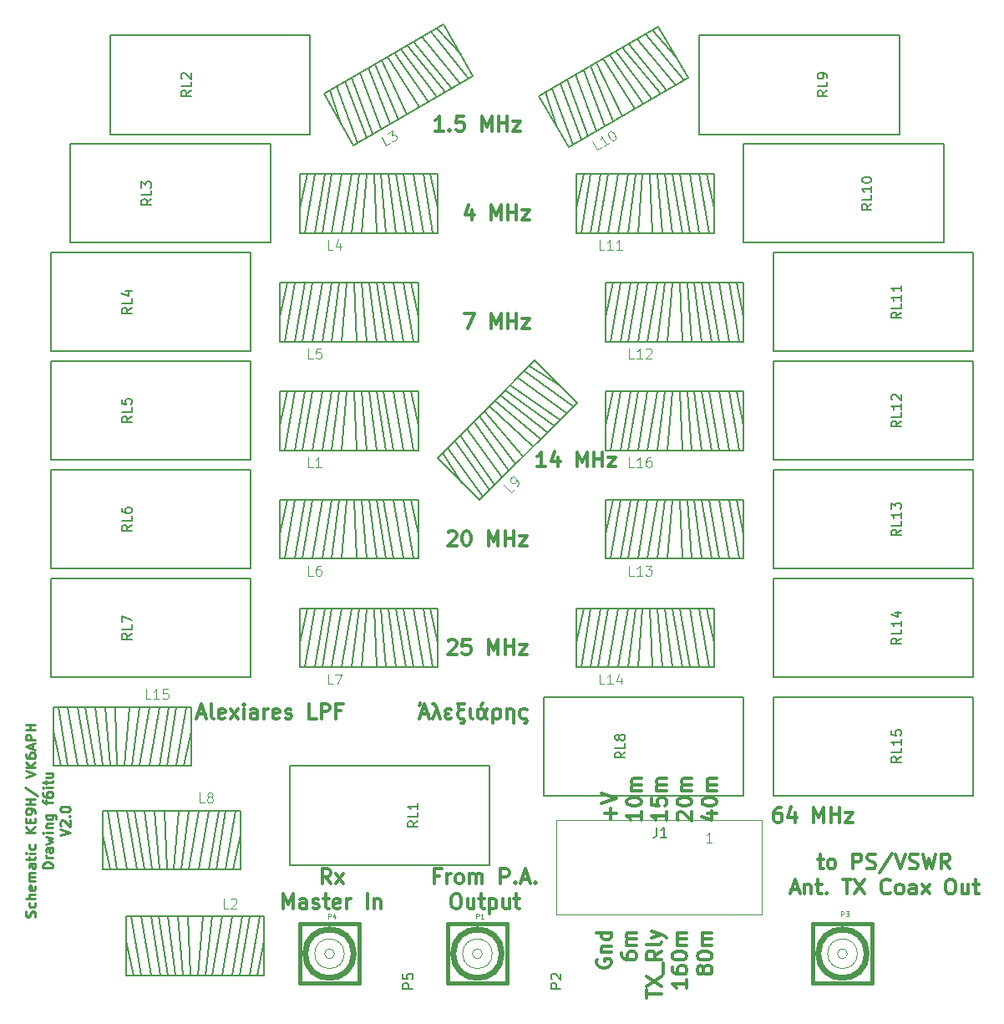
<source format=gto>
G04 #@! TF.FileFunction,Legend,Top*
%FSLAX46Y46*%
G04 Gerber Fmt 4.6, Leading zero omitted, Abs format (unit mm)*
G04 Created by KiCad (PCBNEW 4.0.7) date 07/05/18 17:42:08*
%MOMM*%
%LPD*%
G01*
G04 APERTURE LIST*
%ADD10C,0.100000*%
%ADD11C,0.300000*%
%ADD12C,0.250000*%
%ADD13C,0.150000*%
%ADD14C,0.120000*%
%ADD15C,0.099060*%
%ADD16C,0.381000*%
%ADD17C,0.125000*%
G04 APERTURE END LIST*
D10*
D11*
X132750000Y-125178571D02*
X132464286Y-125178571D01*
X132321429Y-125250000D01*
X132250000Y-125321429D01*
X132107143Y-125535714D01*
X132035714Y-125821429D01*
X132035714Y-126392857D01*
X132107143Y-126535714D01*
X132178571Y-126607143D01*
X132321429Y-126678571D01*
X132607143Y-126678571D01*
X132750000Y-126607143D01*
X132821429Y-126535714D01*
X132892857Y-126392857D01*
X132892857Y-126035714D01*
X132821429Y-125892857D01*
X132750000Y-125821429D01*
X132607143Y-125750000D01*
X132321429Y-125750000D01*
X132178571Y-125821429D01*
X132107143Y-125892857D01*
X132035714Y-126035714D01*
X134178571Y-125678571D02*
X134178571Y-126678571D01*
X133821428Y-125107143D02*
X133464285Y-126178571D01*
X134392857Y-126178571D01*
X136107142Y-126678571D02*
X136107142Y-125178571D01*
X136607142Y-126250000D01*
X137107142Y-125178571D01*
X137107142Y-126678571D01*
X137821428Y-126678571D02*
X137821428Y-125178571D01*
X137821428Y-125892857D02*
X138678571Y-125892857D01*
X138678571Y-126678571D02*
X138678571Y-125178571D01*
X139250000Y-125678571D02*
X140035714Y-125678571D01*
X139250000Y-126678571D01*
X140035714Y-126678571D01*
X99035714Y-108321429D02*
X99107143Y-108250000D01*
X99250000Y-108178571D01*
X99607143Y-108178571D01*
X99750000Y-108250000D01*
X99821429Y-108321429D01*
X99892857Y-108464286D01*
X99892857Y-108607143D01*
X99821429Y-108821429D01*
X98964286Y-109678571D01*
X99892857Y-109678571D01*
X101250000Y-108178571D02*
X100535714Y-108178571D01*
X100464285Y-108892857D01*
X100535714Y-108821429D01*
X100678571Y-108750000D01*
X101035714Y-108750000D01*
X101178571Y-108821429D01*
X101250000Y-108892857D01*
X101321428Y-109035714D01*
X101321428Y-109392857D01*
X101250000Y-109535714D01*
X101178571Y-109607143D01*
X101035714Y-109678571D01*
X100678571Y-109678571D01*
X100535714Y-109607143D01*
X100464285Y-109535714D01*
X103107142Y-109678571D02*
X103107142Y-108178571D01*
X103607142Y-109250000D01*
X104107142Y-108178571D01*
X104107142Y-109678571D01*
X104821428Y-109678571D02*
X104821428Y-108178571D01*
X104821428Y-108892857D02*
X105678571Y-108892857D01*
X105678571Y-109678571D02*
X105678571Y-108178571D01*
X106250000Y-108678571D02*
X107035714Y-108678571D01*
X106250000Y-109678571D01*
X107035714Y-109678571D01*
X99035714Y-97321429D02*
X99107143Y-97250000D01*
X99250000Y-97178571D01*
X99607143Y-97178571D01*
X99750000Y-97250000D01*
X99821429Y-97321429D01*
X99892857Y-97464286D01*
X99892857Y-97607143D01*
X99821429Y-97821429D01*
X98964286Y-98678571D01*
X99892857Y-98678571D01*
X100821428Y-97178571D02*
X100964285Y-97178571D01*
X101107142Y-97250000D01*
X101178571Y-97321429D01*
X101250000Y-97464286D01*
X101321428Y-97750000D01*
X101321428Y-98107143D01*
X101250000Y-98392857D01*
X101178571Y-98535714D01*
X101107142Y-98607143D01*
X100964285Y-98678571D01*
X100821428Y-98678571D01*
X100678571Y-98607143D01*
X100607142Y-98535714D01*
X100535714Y-98392857D01*
X100464285Y-98107143D01*
X100464285Y-97750000D01*
X100535714Y-97464286D01*
X100607142Y-97321429D01*
X100678571Y-97250000D01*
X100821428Y-97178571D01*
X103107142Y-98678571D02*
X103107142Y-97178571D01*
X103607142Y-98250000D01*
X104107142Y-97178571D01*
X104107142Y-98678571D01*
X104821428Y-98678571D02*
X104821428Y-97178571D01*
X104821428Y-97892857D02*
X105678571Y-97892857D01*
X105678571Y-98678571D02*
X105678571Y-97178571D01*
X106250000Y-97678571D02*
X107035714Y-97678571D01*
X106250000Y-98678571D01*
X107035714Y-98678571D01*
X101464286Y-64678571D02*
X101464286Y-65678571D01*
X101107143Y-64107143D02*
X100750000Y-65178571D01*
X101678572Y-65178571D01*
X103392857Y-65678571D02*
X103392857Y-64178571D01*
X103892857Y-65250000D01*
X104392857Y-64178571D01*
X104392857Y-65678571D01*
X105107143Y-65678571D02*
X105107143Y-64178571D01*
X105107143Y-64892857D02*
X105964286Y-64892857D01*
X105964286Y-65678571D02*
X105964286Y-64178571D01*
X106535715Y-64678571D02*
X107321429Y-64678571D01*
X106535715Y-65678571D01*
X107321429Y-65678571D01*
X108892857Y-90678571D02*
X108035714Y-90678571D01*
X108464286Y-90678571D02*
X108464286Y-89178571D01*
X108321429Y-89392857D01*
X108178571Y-89535714D01*
X108035714Y-89607143D01*
X110178571Y-89678571D02*
X110178571Y-90678571D01*
X109821428Y-89107143D02*
X109464285Y-90178571D01*
X110392857Y-90178571D01*
X112107142Y-90678571D02*
X112107142Y-89178571D01*
X112607142Y-90250000D01*
X113107142Y-89178571D01*
X113107142Y-90678571D01*
X113821428Y-90678571D02*
X113821428Y-89178571D01*
X113821428Y-89892857D02*
X114678571Y-89892857D01*
X114678571Y-90678571D02*
X114678571Y-89178571D01*
X115250000Y-89678571D02*
X116035714Y-89678571D01*
X115250000Y-90678571D01*
X116035714Y-90678571D01*
X100678572Y-75178571D02*
X101678572Y-75178571D01*
X101035715Y-76678571D01*
X103392857Y-76678571D02*
X103392857Y-75178571D01*
X103892857Y-76250000D01*
X104392857Y-75178571D01*
X104392857Y-76678571D01*
X105107143Y-76678571D02*
X105107143Y-75178571D01*
X105107143Y-75892857D02*
X105964286Y-75892857D01*
X105964286Y-76678571D02*
X105964286Y-75178571D01*
X106535715Y-75678571D02*
X107321429Y-75678571D01*
X106535715Y-76678571D01*
X107321429Y-76678571D01*
X98535714Y-56678571D02*
X97678571Y-56678571D01*
X98107143Y-56678571D02*
X98107143Y-55178571D01*
X97964286Y-55392857D01*
X97821428Y-55535714D01*
X97678571Y-55607143D01*
X99178571Y-56535714D02*
X99249999Y-56607143D01*
X99178571Y-56678571D01*
X99107142Y-56607143D01*
X99178571Y-56535714D01*
X99178571Y-56678571D01*
X100607143Y-55178571D02*
X99892857Y-55178571D01*
X99821428Y-55892857D01*
X99892857Y-55821429D01*
X100035714Y-55750000D01*
X100392857Y-55750000D01*
X100535714Y-55821429D01*
X100607143Y-55892857D01*
X100678571Y-56035714D01*
X100678571Y-56392857D01*
X100607143Y-56535714D01*
X100535714Y-56607143D01*
X100392857Y-56678571D01*
X100035714Y-56678571D01*
X99892857Y-56607143D01*
X99821428Y-56535714D01*
X102464285Y-56678571D02*
X102464285Y-55178571D01*
X102964285Y-56250000D01*
X103464285Y-55178571D01*
X103464285Y-56678571D01*
X104178571Y-56678571D02*
X104178571Y-55178571D01*
X104178571Y-55892857D02*
X105035714Y-55892857D01*
X105035714Y-56678571D02*
X105035714Y-55178571D01*
X105607143Y-55678571D02*
X106392857Y-55678571D01*
X105607143Y-56678571D01*
X106392857Y-56678571D01*
X98142858Y-132117857D02*
X97642858Y-132117857D01*
X97642858Y-132903571D02*
X97642858Y-131403571D01*
X98357144Y-131403571D01*
X98928572Y-132903571D02*
X98928572Y-131903571D01*
X98928572Y-132189286D02*
X99000000Y-132046429D01*
X99071429Y-131975000D01*
X99214286Y-131903571D01*
X99357143Y-131903571D01*
X100071429Y-132903571D02*
X99928571Y-132832143D01*
X99857143Y-132760714D01*
X99785714Y-132617857D01*
X99785714Y-132189286D01*
X99857143Y-132046429D01*
X99928571Y-131975000D01*
X100071429Y-131903571D01*
X100285714Y-131903571D01*
X100428571Y-131975000D01*
X100500000Y-132046429D01*
X100571429Y-132189286D01*
X100571429Y-132617857D01*
X100500000Y-132760714D01*
X100428571Y-132832143D01*
X100285714Y-132903571D01*
X100071429Y-132903571D01*
X101214286Y-132903571D02*
X101214286Y-131903571D01*
X101214286Y-132046429D02*
X101285714Y-131975000D01*
X101428572Y-131903571D01*
X101642857Y-131903571D01*
X101785714Y-131975000D01*
X101857143Y-132117857D01*
X101857143Y-132903571D01*
X101857143Y-132117857D02*
X101928572Y-131975000D01*
X102071429Y-131903571D01*
X102285714Y-131903571D01*
X102428572Y-131975000D01*
X102500000Y-132117857D01*
X102500000Y-132903571D01*
X104357143Y-132903571D02*
X104357143Y-131403571D01*
X104928571Y-131403571D01*
X105071429Y-131475000D01*
X105142857Y-131546429D01*
X105214286Y-131689286D01*
X105214286Y-131903571D01*
X105142857Y-132046429D01*
X105071429Y-132117857D01*
X104928571Y-132189286D01*
X104357143Y-132189286D01*
X105857143Y-132760714D02*
X105928571Y-132832143D01*
X105857143Y-132903571D01*
X105785714Y-132832143D01*
X105857143Y-132760714D01*
X105857143Y-132903571D01*
X106500000Y-132475000D02*
X107214286Y-132475000D01*
X106357143Y-132903571D02*
X106857143Y-131403571D01*
X107357143Y-132903571D01*
X107857143Y-132760714D02*
X107928571Y-132832143D01*
X107857143Y-132903571D01*
X107785714Y-132832143D01*
X107857143Y-132760714D01*
X107857143Y-132903571D01*
X99714285Y-133953571D02*
X99999999Y-133953571D01*
X100142857Y-134025000D01*
X100285714Y-134167857D01*
X100357142Y-134453571D01*
X100357142Y-134953571D01*
X100285714Y-135239286D01*
X100142857Y-135382143D01*
X99999999Y-135453571D01*
X99714285Y-135453571D01*
X99571428Y-135382143D01*
X99428571Y-135239286D01*
X99357142Y-134953571D01*
X99357142Y-134453571D01*
X99428571Y-134167857D01*
X99571428Y-134025000D01*
X99714285Y-133953571D01*
X101642857Y-134453571D02*
X101642857Y-135453571D01*
X101000000Y-134453571D02*
X101000000Y-135239286D01*
X101071428Y-135382143D01*
X101214286Y-135453571D01*
X101428571Y-135453571D01*
X101571428Y-135382143D01*
X101642857Y-135310714D01*
X102142857Y-134453571D02*
X102714286Y-134453571D01*
X102357143Y-133953571D02*
X102357143Y-135239286D01*
X102428571Y-135382143D01*
X102571429Y-135453571D01*
X102714286Y-135453571D01*
X103214286Y-134453571D02*
X103214286Y-135953571D01*
X103214286Y-134525000D02*
X103357143Y-134453571D01*
X103642857Y-134453571D01*
X103785714Y-134525000D01*
X103857143Y-134596429D01*
X103928572Y-134739286D01*
X103928572Y-135167857D01*
X103857143Y-135310714D01*
X103785714Y-135382143D01*
X103642857Y-135453571D01*
X103357143Y-135453571D01*
X103214286Y-135382143D01*
X105214286Y-134453571D02*
X105214286Y-135453571D01*
X104571429Y-134453571D02*
X104571429Y-135239286D01*
X104642857Y-135382143D01*
X104785715Y-135453571D01*
X105000000Y-135453571D01*
X105142857Y-135382143D01*
X105214286Y-135310714D01*
X105714286Y-134453571D02*
X106285715Y-134453571D01*
X105928572Y-133953571D02*
X105928572Y-135239286D01*
X106000000Y-135382143D01*
X106142858Y-135453571D01*
X106285715Y-135453571D01*
X96285715Y-115750000D02*
X97000001Y-115750000D01*
X96142858Y-116178571D02*
X96642858Y-114678571D01*
X97142858Y-116178571D01*
X96071430Y-114821429D02*
X96142858Y-114821429D01*
X96214287Y-114750000D01*
X96214287Y-114607143D01*
X97857144Y-115178571D02*
X97500001Y-116178571D01*
X97500001Y-114678571D02*
X97642858Y-114678571D01*
X97714286Y-114750000D01*
X97857144Y-115178571D01*
X98214286Y-116178571D01*
X98928572Y-115678571D02*
X98785715Y-115750000D01*
X98714286Y-115892857D01*
X98714286Y-115964286D01*
X98785715Y-116107143D01*
X98928572Y-116178571D01*
X99214286Y-116178571D01*
X99357143Y-116107143D01*
X99071429Y-115678571D02*
X98928572Y-115678571D01*
X98785715Y-115607143D01*
X98714286Y-115464286D01*
X98714286Y-115392857D01*
X98785715Y-115250000D01*
X98928572Y-115178571D01*
X99214286Y-115178571D01*
X99357143Y-115250000D01*
X100000001Y-114678571D02*
X100714287Y-114678571D01*
X100285715Y-114678571D02*
X100142858Y-114750000D01*
X100071429Y-114892857D01*
X100071429Y-115107143D01*
X100142858Y-115250000D01*
X100285715Y-115321429D01*
X100571429Y-115321429D01*
X100285715Y-115321429D02*
X100142858Y-115392857D01*
X100071429Y-115464286D01*
X100000001Y-115607143D01*
X100000001Y-115892857D01*
X100071429Y-116035714D01*
X100142858Y-116107143D01*
X100285715Y-116178571D01*
X100428572Y-116178571D01*
X100571429Y-116250000D01*
X100642858Y-116392857D01*
X100642858Y-116464286D01*
X100571429Y-116607143D01*
X100428572Y-116678571D01*
X100357144Y-116678571D01*
X101285715Y-115178571D02*
X101285715Y-115964286D01*
X101357143Y-116107143D01*
X101500001Y-116178571D01*
X102928572Y-115178571D02*
X102714286Y-115892857D01*
X102642857Y-116035714D01*
X102571429Y-116107143D01*
X102428572Y-116178571D01*
X102285715Y-116178571D01*
X102142857Y-116107143D01*
X102071429Y-116035714D01*
X102000000Y-115821429D01*
X102000000Y-115535714D01*
X102071429Y-115321429D01*
X102142857Y-115250000D01*
X102285715Y-115178571D01*
X102428572Y-115178571D01*
X102571429Y-115250000D01*
X102642857Y-115321429D01*
X102714286Y-115464286D01*
X102785715Y-115964286D01*
X102857143Y-116107143D01*
X103000000Y-116178571D01*
X102571429Y-114607143D02*
X102357143Y-114821429D01*
X103571429Y-116678571D02*
X103571429Y-115464286D01*
X103642857Y-115321429D01*
X103714286Y-115250000D01*
X103857143Y-115178571D01*
X104071429Y-115178571D01*
X104214286Y-115250000D01*
X104285715Y-115321429D01*
X104357143Y-115464286D01*
X104357143Y-115892857D01*
X104285715Y-116035714D01*
X104214286Y-116107143D01*
X104071429Y-116178571D01*
X103857143Y-116178571D01*
X103714286Y-116107143D01*
X103571429Y-115964286D01*
X105000000Y-115178571D02*
X105000000Y-116178571D01*
X105000000Y-115321429D02*
X105071428Y-115250000D01*
X105214286Y-115178571D01*
X105428571Y-115178571D01*
X105571428Y-115250000D01*
X105642857Y-115392857D01*
X105642857Y-116678571D01*
X107000000Y-115250000D02*
X106857143Y-115178571D01*
X106571429Y-115178571D01*
X106428571Y-115250000D01*
X106357143Y-115321429D01*
X106285714Y-115464286D01*
X106285714Y-115892857D01*
X106357143Y-116035714D01*
X106428571Y-116107143D01*
X106571429Y-116178571D01*
X106785714Y-116178571D01*
X106928571Y-116250000D01*
X107000000Y-116392857D01*
X107000000Y-116464286D01*
X106928571Y-116607143D01*
X106785714Y-116678571D01*
X73678572Y-115750000D02*
X74392858Y-115750000D01*
X73535715Y-116178571D02*
X74035715Y-114678571D01*
X74535715Y-116178571D01*
X75250001Y-116178571D02*
X75107143Y-116107143D01*
X75035715Y-115964286D01*
X75035715Y-114678571D01*
X76392857Y-116107143D02*
X76250000Y-116178571D01*
X75964286Y-116178571D01*
X75821429Y-116107143D01*
X75750000Y-115964286D01*
X75750000Y-115392857D01*
X75821429Y-115250000D01*
X75964286Y-115178571D01*
X76250000Y-115178571D01*
X76392857Y-115250000D01*
X76464286Y-115392857D01*
X76464286Y-115535714D01*
X75750000Y-115678571D01*
X76964286Y-116178571D02*
X77750000Y-115178571D01*
X76964286Y-115178571D02*
X77750000Y-116178571D01*
X78321429Y-116178571D02*
X78321429Y-115178571D01*
X78321429Y-114678571D02*
X78250000Y-114750000D01*
X78321429Y-114821429D01*
X78392857Y-114750000D01*
X78321429Y-114678571D01*
X78321429Y-114821429D01*
X79678572Y-116178571D02*
X79678572Y-115392857D01*
X79607143Y-115250000D01*
X79464286Y-115178571D01*
X79178572Y-115178571D01*
X79035715Y-115250000D01*
X79678572Y-116107143D02*
X79535715Y-116178571D01*
X79178572Y-116178571D01*
X79035715Y-116107143D01*
X78964286Y-115964286D01*
X78964286Y-115821429D01*
X79035715Y-115678571D01*
X79178572Y-115607143D01*
X79535715Y-115607143D01*
X79678572Y-115535714D01*
X80392858Y-116178571D02*
X80392858Y-115178571D01*
X80392858Y-115464286D02*
X80464286Y-115321429D01*
X80535715Y-115250000D01*
X80678572Y-115178571D01*
X80821429Y-115178571D01*
X81892857Y-116107143D02*
X81750000Y-116178571D01*
X81464286Y-116178571D01*
X81321429Y-116107143D01*
X81250000Y-115964286D01*
X81250000Y-115392857D01*
X81321429Y-115250000D01*
X81464286Y-115178571D01*
X81750000Y-115178571D01*
X81892857Y-115250000D01*
X81964286Y-115392857D01*
X81964286Y-115535714D01*
X81250000Y-115678571D01*
X82535714Y-116107143D02*
X82678571Y-116178571D01*
X82964286Y-116178571D01*
X83107143Y-116107143D01*
X83178571Y-115964286D01*
X83178571Y-115892857D01*
X83107143Y-115750000D01*
X82964286Y-115678571D01*
X82750000Y-115678571D01*
X82607143Y-115607143D01*
X82535714Y-115464286D01*
X82535714Y-115392857D01*
X82607143Y-115250000D01*
X82750000Y-115178571D01*
X82964286Y-115178571D01*
X83107143Y-115250000D01*
X85678572Y-116178571D02*
X84964286Y-116178571D01*
X84964286Y-114678571D01*
X86178572Y-116178571D02*
X86178572Y-114678571D01*
X86750000Y-114678571D01*
X86892858Y-114750000D01*
X86964286Y-114821429D01*
X87035715Y-114964286D01*
X87035715Y-115178571D01*
X86964286Y-115321429D01*
X86892858Y-115392857D01*
X86750000Y-115464286D01*
X86178572Y-115464286D01*
X88178572Y-115392857D02*
X87678572Y-115392857D01*
X87678572Y-116178571D02*
X87678572Y-114678571D01*
X88392858Y-114678571D01*
D12*
X57154762Y-136261905D02*
X57202381Y-136119048D01*
X57202381Y-135880952D01*
X57154762Y-135785714D01*
X57107143Y-135738095D01*
X57011905Y-135690476D01*
X56916667Y-135690476D01*
X56821429Y-135738095D01*
X56773810Y-135785714D01*
X56726190Y-135880952D01*
X56678571Y-136071429D01*
X56630952Y-136166667D01*
X56583333Y-136214286D01*
X56488095Y-136261905D01*
X56392857Y-136261905D01*
X56297619Y-136214286D01*
X56250000Y-136166667D01*
X56202381Y-136071429D01*
X56202381Y-135833333D01*
X56250000Y-135690476D01*
X57154762Y-134833333D02*
X57202381Y-134928571D01*
X57202381Y-135119048D01*
X57154762Y-135214286D01*
X57107143Y-135261905D01*
X57011905Y-135309524D01*
X56726190Y-135309524D01*
X56630952Y-135261905D01*
X56583333Y-135214286D01*
X56535714Y-135119048D01*
X56535714Y-134928571D01*
X56583333Y-134833333D01*
X57202381Y-134404762D02*
X56202381Y-134404762D01*
X57202381Y-133976190D02*
X56678571Y-133976190D01*
X56583333Y-134023809D01*
X56535714Y-134119047D01*
X56535714Y-134261905D01*
X56583333Y-134357143D01*
X56630952Y-134404762D01*
X57154762Y-133119047D02*
X57202381Y-133214285D01*
X57202381Y-133404762D01*
X57154762Y-133500000D01*
X57059524Y-133547619D01*
X56678571Y-133547619D01*
X56583333Y-133500000D01*
X56535714Y-133404762D01*
X56535714Y-133214285D01*
X56583333Y-133119047D01*
X56678571Y-133071428D01*
X56773810Y-133071428D01*
X56869048Y-133547619D01*
X57202381Y-132642857D02*
X56535714Y-132642857D01*
X56630952Y-132642857D02*
X56583333Y-132595238D01*
X56535714Y-132500000D01*
X56535714Y-132357142D01*
X56583333Y-132261904D01*
X56678571Y-132214285D01*
X57202381Y-132214285D01*
X56678571Y-132214285D02*
X56583333Y-132166666D01*
X56535714Y-132071428D01*
X56535714Y-131928571D01*
X56583333Y-131833333D01*
X56678571Y-131785714D01*
X57202381Y-131785714D01*
X57202381Y-130880952D02*
X56678571Y-130880952D01*
X56583333Y-130928571D01*
X56535714Y-131023809D01*
X56535714Y-131214286D01*
X56583333Y-131309524D01*
X57154762Y-130880952D02*
X57202381Y-130976190D01*
X57202381Y-131214286D01*
X57154762Y-131309524D01*
X57059524Y-131357143D01*
X56964286Y-131357143D01*
X56869048Y-131309524D01*
X56821429Y-131214286D01*
X56821429Y-130976190D01*
X56773810Y-130880952D01*
X56535714Y-130547619D02*
X56535714Y-130166667D01*
X56202381Y-130404762D02*
X57059524Y-130404762D01*
X57154762Y-130357143D01*
X57202381Y-130261905D01*
X57202381Y-130166667D01*
X57202381Y-129833333D02*
X56535714Y-129833333D01*
X56202381Y-129833333D02*
X56250000Y-129880952D01*
X56297619Y-129833333D01*
X56250000Y-129785714D01*
X56202381Y-129833333D01*
X56297619Y-129833333D01*
X57154762Y-128928571D02*
X57202381Y-129023809D01*
X57202381Y-129214286D01*
X57154762Y-129309524D01*
X57107143Y-129357143D01*
X57011905Y-129404762D01*
X56726190Y-129404762D01*
X56630952Y-129357143D01*
X56583333Y-129309524D01*
X56535714Y-129214286D01*
X56535714Y-129023809D01*
X56583333Y-128928571D01*
X57202381Y-127738095D02*
X56202381Y-127738095D01*
X57202381Y-127166666D02*
X56630952Y-127595238D01*
X56202381Y-127166666D02*
X56773810Y-127738095D01*
X56678571Y-126738095D02*
X56678571Y-126404761D01*
X57202381Y-126261904D02*
X57202381Y-126738095D01*
X56202381Y-126738095D01*
X56202381Y-126261904D01*
X57202381Y-125785714D02*
X57202381Y-125595238D01*
X57154762Y-125499999D01*
X57107143Y-125452380D01*
X56964286Y-125357142D01*
X56773810Y-125309523D01*
X56392857Y-125309523D01*
X56297619Y-125357142D01*
X56250000Y-125404761D01*
X56202381Y-125499999D01*
X56202381Y-125690476D01*
X56250000Y-125785714D01*
X56297619Y-125833333D01*
X56392857Y-125880952D01*
X56630952Y-125880952D01*
X56726190Y-125833333D01*
X56773810Y-125785714D01*
X56821429Y-125690476D01*
X56821429Y-125499999D01*
X56773810Y-125404761D01*
X56726190Y-125357142D01*
X56630952Y-125309523D01*
X57202381Y-124880952D02*
X56202381Y-124880952D01*
X56678571Y-124880952D02*
X56678571Y-124309523D01*
X57202381Y-124309523D02*
X56202381Y-124309523D01*
X56154762Y-123119047D02*
X57440476Y-123976190D01*
X56202381Y-122166666D02*
X57202381Y-121833333D01*
X56202381Y-121499999D01*
X57202381Y-121166666D02*
X56202381Y-121166666D01*
X57202381Y-120595237D02*
X56630952Y-121023809D01*
X56202381Y-120595237D02*
X56773810Y-121166666D01*
X56202381Y-119738094D02*
X56202381Y-119928571D01*
X56250000Y-120023809D01*
X56297619Y-120071428D01*
X56440476Y-120166666D01*
X56630952Y-120214285D01*
X57011905Y-120214285D01*
X57107143Y-120166666D01*
X57154762Y-120119047D01*
X57202381Y-120023809D01*
X57202381Y-119833332D01*
X57154762Y-119738094D01*
X57107143Y-119690475D01*
X57011905Y-119642856D01*
X56773810Y-119642856D01*
X56678571Y-119690475D01*
X56630952Y-119738094D01*
X56583333Y-119833332D01*
X56583333Y-120023809D01*
X56630952Y-120119047D01*
X56678571Y-120166666D01*
X56773810Y-120214285D01*
X56916667Y-119261904D02*
X56916667Y-118785713D01*
X57202381Y-119357142D02*
X56202381Y-119023809D01*
X57202381Y-118690475D01*
X57202381Y-118357142D02*
X56202381Y-118357142D01*
X56202381Y-117976189D01*
X56250000Y-117880951D01*
X56297619Y-117833332D01*
X56392857Y-117785713D01*
X56535714Y-117785713D01*
X56630952Y-117833332D01*
X56678571Y-117880951D01*
X56726190Y-117976189D01*
X56726190Y-118357142D01*
X57202381Y-117357142D02*
X56202381Y-117357142D01*
X56678571Y-117357142D02*
X56678571Y-116785713D01*
X57202381Y-116785713D02*
X56202381Y-116785713D01*
X58952381Y-131309524D02*
X57952381Y-131309524D01*
X57952381Y-131071429D01*
X58000000Y-130928571D01*
X58095238Y-130833333D01*
X58190476Y-130785714D01*
X58380952Y-130738095D01*
X58523810Y-130738095D01*
X58714286Y-130785714D01*
X58809524Y-130833333D01*
X58904762Y-130928571D01*
X58952381Y-131071429D01*
X58952381Y-131309524D01*
X58952381Y-130309524D02*
X58285714Y-130309524D01*
X58476190Y-130309524D02*
X58380952Y-130261905D01*
X58333333Y-130214286D01*
X58285714Y-130119048D01*
X58285714Y-130023809D01*
X58952381Y-129261904D02*
X58428571Y-129261904D01*
X58333333Y-129309523D01*
X58285714Y-129404761D01*
X58285714Y-129595238D01*
X58333333Y-129690476D01*
X58904762Y-129261904D02*
X58952381Y-129357142D01*
X58952381Y-129595238D01*
X58904762Y-129690476D01*
X58809524Y-129738095D01*
X58714286Y-129738095D01*
X58619048Y-129690476D01*
X58571429Y-129595238D01*
X58571429Y-129357142D01*
X58523810Y-129261904D01*
X58285714Y-128880952D02*
X58952381Y-128690476D01*
X58476190Y-128499999D01*
X58952381Y-128309523D01*
X58285714Y-128119047D01*
X58952381Y-127738095D02*
X58285714Y-127738095D01*
X57952381Y-127738095D02*
X58000000Y-127785714D01*
X58047619Y-127738095D01*
X58000000Y-127690476D01*
X57952381Y-127738095D01*
X58047619Y-127738095D01*
X58285714Y-127261905D02*
X58952381Y-127261905D01*
X58380952Y-127261905D02*
X58333333Y-127214286D01*
X58285714Y-127119048D01*
X58285714Y-126976190D01*
X58333333Y-126880952D01*
X58428571Y-126833333D01*
X58952381Y-126833333D01*
X58285714Y-125928571D02*
X59095238Y-125928571D01*
X59190476Y-125976190D01*
X59238095Y-126023809D01*
X59285714Y-126119048D01*
X59285714Y-126261905D01*
X59238095Y-126357143D01*
X58904762Y-125928571D02*
X58952381Y-126023809D01*
X58952381Y-126214286D01*
X58904762Y-126309524D01*
X58857143Y-126357143D01*
X58761905Y-126404762D01*
X58476190Y-126404762D01*
X58380952Y-126357143D01*
X58333333Y-126309524D01*
X58285714Y-126214286D01*
X58285714Y-126023809D01*
X58333333Y-125928571D01*
X58285714Y-124833333D02*
X58285714Y-124452381D01*
X58952381Y-124690476D02*
X58095238Y-124690476D01*
X58000000Y-124642857D01*
X57952381Y-124547619D01*
X57952381Y-124452381D01*
X57952381Y-123690475D02*
X57952381Y-123880952D01*
X58000000Y-123976190D01*
X58047619Y-124023809D01*
X58190476Y-124119047D01*
X58380952Y-124166666D01*
X58761905Y-124166666D01*
X58857143Y-124119047D01*
X58904762Y-124071428D01*
X58952381Y-123976190D01*
X58952381Y-123785713D01*
X58904762Y-123690475D01*
X58857143Y-123642856D01*
X58761905Y-123595237D01*
X58523810Y-123595237D01*
X58428571Y-123642856D01*
X58380952Y-123690475D01*
X58333333Y-123785713D01*
X58333333Y-123976190D01*
X58380952Y-124071428D01*
X58428571Y-124119047D01*
X58523810Y-124166666D01*
X58952381Y-123166666D02*
X58285714Y-123166666D01*
X57952381Y-123166666D02*
X58000000Y-123214285D01*
X58047619Y-123166666D01*
X58000000Y-123119047D01*
X57952381Y-123166666D01*
X58047619Y-123166666D01*
X58285714Y-122833333D02*
X58285714Y-122452381D01*
X57952381Y-122690476D02*
X58809524Y-122690476D01*
X58904762Y-122642857D01*
X58952381Y-122547619D01*
X58952381Y-122452381D01*
X58285714Y-121690475D02*
X58952381Y-121690475D01*
X58285714Y-122119047D02*
X58809524Y-122119047D01*
X58904762Y-122071428D01*
X58952381Y-121976190D01*
X58952381Y-121833332D01*
X58904762Y-121738094D01*
X58857143Y-121690475D01*
X59702381Y-128023809D02*
X60702381Y-127690476D01*
X59702381Y-127357142D01*
X59797619Y-127071428D02*
X59750000Y-127023809D01*
X59702381Y-126928571D01*
X59702381Y-126690475D01*
X59750000Y-126595237D01*
X59797619Y-126547618D01*
X59892857Y-126499999D01*
X59988095Y-126499999D01*
X60130952Y-126547618D01*
X60702381Y-127119047D01*
X60702381Y-126499999D01*
X60607143Y-126071428D02*
X60654762Y-126023809D01*
X60702381Y-126071428D01*
X60654762Y-126119047D01*
X60607143Y-126071428D01*
X60702381Y-126071428D01*
X59702381Y-125404762D02*
X59702381Y-125309523D01*
X59750000Y-125214285D01*
X59797619Y-125166666D01*
X59892857Y-125119047D01*
X60083333Y-125071428D01*
X60321429Y-125071428D01*
X60511905Y-125119047D01*
X60607143Y-125166666D01*
X60654762Y-125214285D01*
X60702381Y-125309523D01*
X60702381Y-125404762D01*
X60654762Y-125500000D01*
X60607143Y-125547619D01*
X60511905Y-125595238D01*
X60321429Y-125642857D01*
X60083333Y-125642857D01*
X59892857Y-125595238D01*
X59797619Y-125547619D01*
X59750000Y-125500000D01*
X59702381Y-125404762D01*
D11*
X136500000Y-130403571D02*
X137071429Y-130403571D01*
X136714286Y-129903571D02*
X136714286Y-131189286D01*
X136785714Y-131332143D01*
X136928572Y-131403571D01*
X137071429Y-131403571D01*
X137785715Y-131403571D02*
X137642857Y-131332143D01*
X137571429Y-131260714D01*
X137500000Y-131117857D01*
X137500000Y-130689286D01*
X137571429Y-130546429D01*
X137642857Y-130475000D01*
X137785715Y-130403571D01*
X138000000Y-130403571D01*
X138142857Y-130475000D01*
X138214286Y-130546429D01*
X138285715Y-130689286D01*
X138285715Y-131117857D01*
X138214286Y-131260714D01*
X138142857Y-131332143D01*
X138000000Y-131403571D01*
X137785715Y-131403571D01*
X140071429Y-131403571D02*
X140071429Y-129903571D01*
X140642857Y-129903571D01*
X140785715Y-129975000D01*
X140857143Y-130046429D01*
X140928572Y-130189286D01*
X140928572Y-130403571D01*
X140857143Y-130546429D01*
X140785715Y-130617857D01*
X140642857Y-130689286D01*
X140071429Y-130689286D01*
X141500000Y-131332143D02*
X141714286Y-131403571D01*
X142071429Y-131403571D01*
X142214286Y-131332143D01*
X142285715Y-131260714D01*
X142357143Y-131117857D01*
X142357143Y-130975000D01*
X142285715Y-130832143D01*
X142214286Y-130760714D01*
X142071429Y-130689286D01*
X141785715Y-130617857D01*
X141642857Y-130546429D01*
X141571429Y-130475000D01*
X141500000Y-130332143D01*
X141500000Y-130189286D01*
X141571429Y-130046429D01*
X141642857Y-129975000D01*
X141785715Y-129903571D01*
X142142857Y-129903571D01*
X142357143Y-129975000D01*
X144071428Y-129832143D02*
X142785714Y-131760714D01*
X144357143Y-129903571D02*
X144857143Y-131403571D01*
X145357143Y-129903571D01*
X145785714Y-131332143D02*
X146000000Y-131403571D01*
X146357143Y-131403571D01*
X146500000Y-131332143D01*
X146571429Y-131260714D01*
X146642857Y-131117857D01*
X146642857Y-130975000D01*
X146571429Y-130832143D01*
X146500000Y-130760714D01*
X146357143Y-130689286D01*
X146071429Y-130617857D01*
X145928571Y-130546429D01*
X145857143Y-130475000D01*
X145785714Y-130332143D01*
X145785714Y-130189286D01*
X145857143Y-130046429D01*
X145928571Y-129975000D01*
X146071429Y-129903571D01*
X146428571Y-129903571D01*
X146642857Y-129975000D01*
X147142857Y-129903571D02*
X147500000Y-131403571D01*
X147785714Y-130332143D01*
X148071428Y-131403571D01*
X148428571Y-129903571D01*
X149857143Y-131403571D02*
X149357143Y-130689286D01*
X149000000Y-131403571D02*
X149000000Y-129903571D01*
X149571428Y-129903571D01*
X149714286Y-129975000D01*
X149785714Y-130046429D01*
X149857143Y-130189286D01*
X149857143Y-130403571D01*
X149785714Y-130546429D01*
X149714286Y-130617857D01*
X149571428Y-130689286D01*
X149000000Y-130689286D01*
X133821428Y-133525000D02*
X134535714Y-133525000D01*
X133678571Y-133953571D02*
X134178571Y-132453571D01*
X134678571Y-133953571D01*
X135178571Y-132953571D02*
X135178571Y-133953571D01*
X135178571Y-133096429D02*
X135249999Y-133025000D01*
X135392857Y-132953571D01*
X135607142Y-132953571D01*
X135749999Y-133025000D01*
X135821428Y-133167857D01*
X135821428Y-133953571D01*
X136321428Y-132953571D02*
X136892857Y-132953571D01*
X136535714Y-132453571D02*
X136535714Y-133739286D01*
X136607142Y-133882143D01*
X136750000Y-133953571D01*
X136892857Y-133953571D01*
X137392857Y-133810714D02*
X137464285Y-133882143D01*
X137392857Y-133953571D01*
X137321428Y-133882143D01*
X137392857Y-133810714D01*
X137392857Y-133953571D01*
X139035714Y-132453571D02*
X139892857Y-132453571D01*
X139464286Y-133953571D02*
X139464286Y-132453571D01*
X140250000Y-132453571D02*
X141250000Y-133953571D01*
X141250000Y-132453571D02*
X140250000Y-133953571D01*
X143821428Y-133810714D02*
X143749999Y-133882143D01*
X143535713Y-133953571D01*
X143392856Y-133953571D01*
X143178571Y-133882143D01*
X143035713Y-133739286D01*
X142964285Y-133596429D01*
X142892856Y-133310714D01*
X142892856Y-133096429D01*
X142964285Y-132810714D01*
X143035713Y-132667857D01*
X143178571Y-132525000D01*
X143392856Y-132453571D01*
X143535713Y-132453571D01*
X143749999Y-132525000D01*
X143821428Y-132596429D01*
X144678571Y-133953571D02*
X144535713Y-133882143D01*
X144464285Y-133810714D01*
X144392856Y-133667857D01*
X144392856Y-133239286D01*
X144464285Y-133096429D01*
X144535713Y-133025000D01*
X144678571Y-132953571D01*
X144892856Y-132953571D01*
X145035713Y-133025000D01*
X145107142Y-133096429D01*
X145178571Y-133239286D01*
X145178571Y-133667857D01*
X145107142Y-133810714D01*
X145035713Y-133882143D01*
X144892856Y-133953571D01*
X144678571Y-133953571D01*
X146464285Y-133953571D02*
X146464285Y-133167857D01*
X146392856Y-133025000D01*
X146249999Y-132953571D01*
X145964285Y-132953571D01*
X145821428Y-133025000D01*
X146464285Y-133882143D02*
X146321428Y-133953571D01*
X145964285Y-133953571D01*
X145821428Y-133882143D01*
X145749999Y-133739286D01*
X145749999Y-133596429D01*
X145821428Y-133453571D01*
X145964285Y-133382143D01*
X146321428Y-133382143D01*
X146464285Y-133310714D01*
X147035714Y-133953571D02*
X147821428Y-132953571D01*
X147035714Y-132953571D02*
X147821428Y-133953571D01*
X149821428Y-132453571D02*
X150107142Y-132453571D01*
X150250000Y-132525000D01*
X150392857Y-132667857D01*
X150464285Y-132953571D01*
X150464285Y-133453571D01*
X150392857Y-133739286D01*
X150250000Y-133882143D01*
X150107142Y-133953571D01*
X149821428Y-133953571D01*
X149678571Y-133882143D01*
X149535714Y-133739286D01*
X149464285Y-133453571D01*
X149464285Y-132953571D01*
X149535714Y-132667857D01*
X149678571Y-132525000D01*
X149821428Y-132453571D01*
X151750000Y-132953571D02*
X151750000Y-133953571D01*
X151107143Y-132953571D02*
X151107143Y-133739286D01*
X151178571Y-133882143D01*
X151321429Y-133953571D01*
X151535714Y-133953571D01*
X151678571Y-133882143D01*
X151750000Y-133810714D01*
X152250000Y-132953571D02*
X152821429Y-132953571D01*
X152464286Y-132453571D02*
X152464286Y-133739286D01*
X152535714Y-133882143D01*
X152678572Y-133953571D01*
X152821429Y-133953571D01*
X87107143Y-132903571D02*
X86607143Y-132189286D01*
X86250000Y-132903571D02*
X86250000Y-131403571D01*
X86821428Y-131403571D01*
X86964286Y-131475000D01*
X87035714Y-131546429D01*
X87107143Y-131689286D01*
X87107143Y-131903571D01*
X87035714Y-132046429D01*
X86964286Y-132117857D01*
X86821428Y-132189286D01*
X86250000Y-132189286D01*
X87607143Y-132903571D02*
X88392857Y-131903571D01*
X87607143Y-131903571D02*
X88392857Y-132903571D01*
X82321429Y-135453571D02*
X82321429Y-133953571D01*
X82821429Y-135025000D01*
X83321429Y-133953571D01*
X83321429Y-135453571D01*
X84678572Y-135453571D02*
X84678572Y-134667857D01*
X84607143Y-134525000D01*
X84464286Y-134453571D01*
X84178572Y-134453571D01*
X84035715Y-134525000D01*
X84678572Y-135382143D02*
X84535715Y-135453571D01*
X84178572Y-135453571D01*
X84035715Y-135382143D01*
X83964286Y-135239286D01*
X83964286Y-135096429D01*
X84035715Y-134953571D01*
X84178572Y-134882143D01*
X84535715Y-134882143D01*
X84678572Y-134810714D01*
X85321429Y-135382143D02*
X85464286Y-135453571D01*
X85750001Y-135453571D01*
X85892858Y-135382143D01*
X85964286Y-135239286D01*
X85964286Y-135167857D01*
X85892858Y-135025000D01*
X85750001Y-134953571D01*
X85535715Y-134953571D01*
X85392858Y-134882143D01*
X85321429Y-134739286D01*
X85321429Y-134667857D01*
X85392858Y-134525000D01*
X85535715Y-134453571D01*
X85750001Y-134453571D01*
X85892858Y-134525000D01*
X86392858Y-134453571D02*
X86964287Y-134453571D01*
X86607144Y-133953571D02*
X86607144Y-135239286D01*
X86678572Y-135382143D01*
X86821430Y-135453571D01*
X86964287Y-135453571D01*
X88035715Y-135382143D02*
X87892858Y-135453571D01*
X87607144Y-135453571D01*
X87464287Y-135382143D01*
X87392858Y-135239286D01*
X87392858Y-134667857D01*
X87464287Y-134525000D01*
X87607144Y-134453571D01*
X87892858Y-134453571D01*
X88035715Y-134525000D01*
X88107144Y-134667857D01*
X88107144Y-134810714D01*
X87392858Y-134953571D01*
X88750001Y-135453571D02*
X88750001Y-134453571D01*
X88750001Y-134739286D02*
X88821429Y-134596429D01*
X88892858Y-134525000D01*
X89035715Y-134453571D01*
X89178572Y-134453571D01*
X90821429Y-135453571D02*
X90821429Y-133953571D01*
X91535715Y-134453571D02*
X91535715Y-135453571D01*
X91535715Y-134596429D02*
X91607143Y-134525000D01*
X91750001Y-134453571D01*
X91964286Y-134453571D01*
X92107143Y-134525000D01*
X92178572Y-134667857D01*
X92178572Y-135453571D01*
X115507143Y-126392857D02*
X115507143Y-125250000D01*
X116078571Y-125821429D02*
X114935714Y-125821429D01*
X114578571Y-124750000D02*
X116078571Y-124250000D01*
X114578571Y-123750000D01*
X118628571Y-125607143D02*
X118628571Y-126464286D01*
X118628571Y-126035714D02*
X117128571Y-126035714D01*
X117342857Y-126178571D01*
X117485714Y-126321429D01*
X117557143Y-126464286D01*
X117128571Y-124678572D02*
X117128571Y-124535715D01*
X117200000Y-124392858D01*
X117271429Y-124321429D01*
X117414286Y-124250000D01*
X117700000Y-124178572D01*
X118057143Y-124178572D01*
X118342857Y-124250000D01*
X118485714Y-124321429D01*
X118557143Y-124392858D01*
X118628571Y-124535715D01*
X118628571Y-124678572D01*
X118557143Y-124821429D01*
X118485714Y-124892858D01*
X118342857Y-124964286D01*
X118057143Y-125035715D01*
X117700000Y-125035715D01*
X117414286Y-124964286D01*
X117271429Y-124892858D01*
X117200000Y-124821429D01*
X117128571Y-124678572D01*
X118628571Y-123535715D02*
X117628571Y-123535715D01*
X117771429Y-123535715D02*
X117700000Y-123464287D01*
X117628571Y-123321429D01*
X117628571Y-123107144D01*
X117700000Y-122964287D01*
X117842857Y-122892858D01*
X118628571Y-122892858D01*
X117842857Y-122892858D02*
X117700000Y-122821429D01*
X117628571Y-122678572D01*
X117628571Y-122464287D01*
X117700000Y-122321429D01*
X117842857Y-122250001D01*
X118628571Y-122250001D01*
X121178571Y-125607143D02*
X121178571Y-126464286D01*
X121178571Y-126035714D02*
X119678571Y-126035714D01*
X119892857Y-126178571D01*
X120035714Y-126321429D01*
X120107143Y-126464286D01*
X119678571Y-124250000D02*
X119678571Y-124964286D01*
X120392857Y-125035715D01*
X120321429Y-124964286D01*
X120250000Y-124821429D01*
X120250000Y-124464286D01*
X120321429Y-124321429D01*
X120392857Y-124250000D01*
X120535714Y-124178572D01*
X120892857Y-124178572D01*
X121035714Y-124250000D01*
X121107143Y-124321429D01*
X121178571Y-124464286D01*
X121178571Y-124821429D01*
X121107143Y-124964286D01*
X121035714Y-125035715D01*
X121178571Y-123535715D02*
X120178571Y-123535715D01*
X120321429Y-123535715D02*
X120250000Y-123464287D01*
X120178571Y-123321429D01*
X120178571Y-123107144D01*
X120250000Y-122964287D01*
X120392857Y-122892858D01*
X121178571Y-122892858D01*
X120392857Y-122892858D02*
X120250000Y-122821429D01*
X120178571Y-122678572D01*
X120178571Y-122464287D01*
X120250000Y-122321429D01*
X120392857Y-122250001D01*
X121178571Y-122250001D01*
X122371429Y-126464286D02*
X122300000Y-126392857D01*
X122228571Y-126250000D01*
X122228571Y-125892857D01*
X122300000Y-125750000D01*
X122371429Y-125678571D01*
X122514286Y-125607143D01*
X122657143Y-125607143D01*
X122871429Y-125678571D01*
X123728571Y-126535714D01*
X123728571Y-125607143D01*
X122228571Y-124678572D02*
X122228571Y-124535715D01*
X122300000Y-124392858D01*
X122371429Y-124321429D01*
X122514286Y-124250000D01*
X122800000Y-124178572D01*
X123157143Y-124178572D01*
X123442857Y-124250000D01*
X123585714Y-124321429D01*
X123657143Y-124392858D01*
X123728571Y-124535715D01*
X123728571Y-124678572D01*
X123657143Y-124821429D01*
X123585714Y-124892858D01*
X123442857Y-124964286D01*
X123157143Y-125035715D01*
X122800000Y-125035715D01*
X122514286Y-124964286D01*
X122371429Y-124892858D01*
X122300000Y-124821429D01*
X122228571Y-124678572D01*
X123728571Y-123535715D02*
X122728571Y-123535715D01*
X122871429Y-123535715D02*
X122800000Y-123464287D01*
X122728571Y-123321429D01*
X122728571Y-123107144D01*
X122800000Y-122964287D01*
X122942857Y-122892858D01*
X123728571Y-122892858D01*
X122942857Y-122892858D02*
X122800000Y-122821429D01*
X122728571Y-122678572D01*
X122728571Y-122464287D01*
X122800000Y-122321429D01*
X122942857Y-122250001D01*
X123728571Y-122250001D01*
X125278571Y-125750000D02*
X126278571Y-125750000D01*
X124707143Y-126107143D02*
X125778571Y-126464286D01*
X125778571Y-125535714D01*
X124778571Y-124678572D02*
X124778571Y-124535715D01*
X124850000Y-124392858D01*
X124921429Y-124321429D01*
X125064286Y-124250000D01*
X125350000Y-124178572D01*
X125707143Y-124178572D01*
X125992857Y-124250000D01*
X126135714Y-124321429D01*
X126207143Y-124392858D01*
X126278571Y-124535715D01*
X126278571Y-124678572D01*
X126207143Y-124821429D01*
X126135714Y-124892858D01*
X125992857Y-124964286D01*
X125707143Y-125035715D01*
X125350000Y-125035715D01*
X125064286Y-124964286D01*
X124921429Y-124892858D01*
X124850000Y-124821429D01*
X124778571Y-124678572D01*
X126278571Y-123535715D02*
X125278571Y-123535715D01*
X125421429Y-123535715D02*
X125350000Y-123464287D01*
X125278571Y-123321429D01*
X125278571Y-123107144D01*
X125350000Y-122964287D01*
X125492857Y-122892858D01*
X126278571Y-122892858D01*
X125492857Y-122892858D02*
X125350000Y-122821429D01*
X125278571Y-122678572D01*
X125278571Y-122464287D01*
X125350000Y-122321429D01*
X125492857Y-122250001D01*
X126278571Y-122250001D01*
X114150000Y-140571429D02*
X114078571Y-140714286D01*
X114078571Y-140928572D01*
X114150000Y-141142857D01*
X114292857Y-141285715D01*
X114435714Y-141357143D01*
X114721429Y-141428572D01*
X114935714Y-141428572D01*
X115221429Y-141357143D01*
X115364286Y-141285715D01*
X115507143Y-141142857D01*
X115578571Y-140928572D01*
X115578571Y-140785715D01*
X115507143Y-140571429D01*
X115435714Y-140500000D01*
X114935714Y-140500000D01*
X114935714Y-140785715D01*
X114578571Y-139857143D02*
X115578571Y-139857143D01*
X114721429Y-139857143D02*
X114650000Y-139785715D01*
X114578571Y-139642857D01*
X114578571Y-139428572D01*
X114650000Y-139285715D01*
X114792857Y-139214286D01*
X115578571Y-139214286D01*
X115578571Y-137857143D02*
X114078571Y-137857143D01*
X115507143Y-137857143D02*
X115578571Y-138000000D01*
X115578571Y-138285714D01*
X115507143Y-138428572D01*
X115435714Y-138500000D01*
X115292857Y-138571429D01*
X114864286Y-138571429D01*
X114721429Y-138500000D01*
X114650000Y-138428572D01*
X114578571Y-138285714D01*
X114578571Y-138000000D01*
X114650000Y-137857143D01*
X116628571Y-139928571D02*
X116628571Y-140214285D01*
X116700000Y-140357142D01*
X116771429Y-140428571D01*
X116985714Y-140571428D01*
X117271429Y-140642857D01*
X117842857Y-140642857D01*
X117985714Y-140571428D01*
X118057143Y-140500000D01*
X118128571Y-140357142D01*
X118128571Y-140071428D01*
X118057143Y-139928571D01*
X117985714Y-139857142D01*
X117842857Y-139785714D01*
X117485714Y-139785714D01*
X117342857Y-139857142D01*
X117271429Y-139928571D01*
X117200000Y-140071428D01*
X117200000Y-140357142D01*
X117271429Y-140500000D01*
X117342857Y-140571428D01*
X117485714Y-140642857D01*
X118128571Y-139142857D02*
X117128571Y-139142857D01*
X117271429Y-139142857D02*
X117200000Y-139071429D01*
X117128571Y-138928571D01*
X117128571Y-138714286D01*
X117200000Y-138571429D01*
X117342857Y-138500000D01*
X118128571Y-138500000D01*
X117342857Y-138500000D02*
X117200000Y-138428571D01*
X117128571Y-138285714D01*
X117128571Y-138071429D01*
X117200000Y-137928571D01*
X117342857Y-137857143D01*
X118128571Y-137857143D01*
X119178571Y-144499999D02*
X119178571Y-143642856D01*
X120678571Y-144071427D02*
X119178571Y-144071427D01*
X119178571Y-143285713D02*
X120678571Y-142285713D01*
X119178571Y-142285713D02*
X120678571Y-143285713D01*
X120821429Y-142071428D02*
X120821429Y-140928571D01*
X120678571Y-139714285D02*
X119964286Y-140214285D01*
X120678571Y-140571428D02*
X119178571Y-140571428D01*
X119178571Y-140000000D01*
X119250000Y-139857142D01*
X119321429Y-139785714D01*
X119464286Y-139714285D01*
X119678571Y-139714285D01*
X119821429Y-139785714D01*
X119892857Y-139857142D01*
X119964286Y-140000000D01*
X119964286Y-140571428D01*
X120678571Y-138857142D02*
X120607143Y-139000000D01*
X120464286Y-139071428D01*
X119178571Y-139071428D01*
X119678571Y-138428571D02*
X120678571Y-138071428D01*
X119678571Y-137714286D02*
X120678571Y-138071428D01*
X121035714Y-138214286D01*
X121107143Y-138285714D01*
X121178571Y-138428571D01*
X123228571Y-142642856D02*
X123228571Y-143499999D01*
X123228571Y-143071427D02*
X121728571Y-143071427D01*
X121942857Y-143214284D01*
X122085714Y-143357142D01*
X122157143Y-143499999D01*
X121728571Y-141357142D02*
X121728571Y-141642856D01*
X121800000Y-141785713D01*
X121871429Y-141857142D01*
X122085714Y-141999999D01*
X122371429Y-142071428D01*
X122942857Y-142071428D01*
X123085714Y-141999999D01*
X123157143Y-141928571D01*
X123228571Y-141785713D01*
X123228571Y-141499999D01*
X123157143Y-141357142D01*
X123085714Y-141285713D01*
X122942857Y-141214285D01*
X122585714Y-141214285D01*
X122442857Y-141285713D01*
X122371429Y-141357142D01*
X122300000Y-141499999D01*
X122300000Y-141785713D01*
X122371429Y-141928571D01*
X122442857Y-141999999D01*
X122585714Y-142071428D01*
X121728571Y-140285714D02*
X121728571Y-140142857D01*
X121800000Y-140000000D01*
X121871429Y-139928571D01*
X122014286Y-139857142D01*
X122300000Y-139785714D01*
X122657143Y-139785714D01*
X122942857Y-139857142D01*
X123085714Y-139928571D01*
X123157143Y-140000000D01*
X123228571Y-140142857D01*
X123228571Y-140285714D01*
X123157143Y-140428571D01*
X123085714Y-140500000D01*
X122942857Y-140571428D01*
X122657143Y-140642857D01*
X122300000Y-140642857D01*
X122014286Y-140571428D01*
X121871429Y-140500000D01*
X121800000Y-140428571D01*
X121728571Y-140285714D01*
X123228571Y-139142857D02*
X122228571Y-139142857D01*
X122371429Y-139142857D02*
X122300000Y-139071429D01*
X122228571Y-138928571D01*
X122228571Y-138714286D01*
X122300000Y-138571429D01*
X122442857Y-138500000D01*
X123228571Y-138500000D01*
X122442857Y-138500000D02*
X122300000Y-138428571D01*
X122228571Y-138285714D01*
X122228571Y-138071429D01*
X122300000Y-137928571D01*
X122442857Y-137857143D01*
X123228571Y-137857143D01*
X124921429Y-141785713D02*
X124850000Y-141928571D01*
X124778571Y-141999999D01*
X124635714Y-142071428D01*
X124564286Y-142071428D01*
X124421429Y-141999999D01*
X124350000Y-141928571D01*
X124278571Y-141785713D01*
X124278571Y-141499999D01*
X124350000Y-141357142D01*
X124421429Y-141285713D01*
X124564286Y-141214285D01*
X124635714Y-141214285D01*
X124778571Y-141285713D01*
X124850000Y-141357142D01*
X124921429Y-141499999D01*
X124921429Y-141785713D01*
X124992857Y-141928571D01*
X125064286Y-141999999D01*
X125207143Y-142071428D01*
X125492857Y-142071428D01*
X125635714Y-141999999D01*
X125707143Y-141928571D01*
X125778571Y-141785713D01*
X125778571Y-141499999D01*
X125707143Y-141357142D01*
X125635714Y-141285713D01*
X125492857Y-141214285D01*
X125207143Y-141214285D01*
X125064286Y-141285713D01*
X124992857Y-141357142D01*
X124921429Y-141499999D01*
X124278571Y-140285714D02*
X124278571Y-140142857D01*
X124350000Y-140000000D01*
X124421429Y-139928571D01*
X124564286Y-139857142D01*
X124850000Y-139785714D01*
X125207143Y-139785714D01*
X125492857Y-139857142D01*
X125635714Y-139928571D01*
X125707143Y-140000000D01*
X125778571Y-140142857D01*
X125778571Y-140285714D01*
X125707143Y-140428571D01*
X125635714Y-140500000D01*
X125492857Y-140571428D01*
X125207143Y-140642857D01*
X124850000Y-140642857D01*
X124564286Y-140571428D01*
X124421429Y-140500000D01*
X124350000Y-140428571D01*
X124278571Y-140285714D01*
X125778571Y-139142857D02*
X124778571Y-139142857D01*
X124921429Y-139142857D02*
X124850000Y-139071429D01*
X124778571Y-138928571D01*
X124778571Y-138714286D01*
X124850000Y-138571429D01*
X124992857Y-138500000D01*
X125778571Y-138500000D01*
X124992857Y-138500000D02*
X124850000Y-138428571D01*
X124778571Y-138285714D01*
X124778571Y-138071429D01*
X124850000Y-137928571D01*
X124992857Y-137857143D01*
X125778571Y-137857143D01*
D13*
X108887341Y-52726924D02*
X109987822Y-56133013D01*
X109536860Y-52351924D02*
X111670835Y-58048076D01*
X110402886Y-51851924D02*
X112536860Y-57548076D01*
X111052405Y-51476924D02*
X113186379Y-57173076D01*
X111918430Y-50976924D02*
X114052405Y-56673076D01*
X112784456Y-50476924D02*
X114918430Y-56173076D01*
X113433975Y-50101924D02*
X115784456Y-55673076D01*
X119712659Y-46476924D02*
X122112178Y-49133013D01*
X119063140Y-46851924D02*
X122929165Y-51548076D01*
X118197114Y-47351924D02*
X122063140Y-52048076D01*
X117331089Y-47851924D02*
X121197114Y-52548076D01*
X116681570Y-48226924D02*
X120547595Y-52923076D01*
X116032051Y-48601924D02*
X119681570Y-53423076D01*
X115382532Y-48976924D02*
X118815544Y-53923076D01*
X114083494Y-49726924D02*
X116650481Y-55173076D01*
X114733013Y-49351924D02*
X117949519Y-54423076D01*
X114300000Y-49601924D02*
X120362178Y-46101924D01*
X120362178Y-46101924D02*
X123362178Y-51298076D01*
X123362178Y-51298076D02*
X111237822Y-58298076D01*
X111237822Y-58298076D02*
X108237822Y-53101924D01*
X108237822Y-53101924D02*
X114300000Y-49601924D01*
X87087341Y-52526924D02*
X88187822Y-55933013D01*
X87736860Y-52151924D02*
X89870835Y-57848076D01*
X88602886Y-51651924D02*
X90736860Y-57348076D01*
X89252405Y-51276924D02*
X91386379Y-56973076D01*
X90118430Y-50776924D02*
X92252405Y-56473076D01*
X90984456Y-50276924D02*
X93118430Y-55973076D01*
X91633975Y-49901924D02*
X93984456Y-55473076D01*
X97912659Y-46276924D02*
X100312178Y-48933013D01*
X97263140Y-46651924D02*
X101129165Y-51348076D01*
X96397114Y-47151924D02*
X100263140Y-51848076D01*
X95531089Y-47651924D02*
X99397114Y-52348076D01*
X94881570Y-48026924D02*
X98747595Y-52723076D01*
X94232051Y-48401924D02*
X97881570Y-53223076D01*
X93582532Y-48776924D02*
X97015544Y-53723076D01*
X92283494Y-49526924D02*
X94850481Y-54973076D01*
X92933013Y-49151924D02*
X96149519Y-54223076D01*
X92500000Y-49401924D02*
X98562178Y-45901924D01*
X98562178Y-45901924D02*
X101562178Y-51098076D01*
X101562178Y-51098076D02*
X89437822Y-58098076D01*
X89437822Y-58098076D02*
X86437822Y-52901924D01*
X86437822Y-52901924D02*
X92500000Y-49401924D01*
X112750000Y-61000000D02*
X112000000Y-64500000D01*
X113500000Y-61000000D02*
X112500000Y-67000000D01*
X114500000Y-61000000D02*
X113500000Y-67000000D01*
X115250000Y-61000000D02*
X114250000Y-67000000D01*
X116250000Y-61000000D02*
X115250000Y-67000000D01*
X117250000Y-61000000D02*
X116250000Y-67000000D01*
X118000000Y-61000000D02*
X117250000Y-67000000D01*
X125250000Y-61000000D02*
X126000000Y-64500000D01*
X124500000Y-61000000D02*
X125500000Y-67000000D01*
X123500000Y-61000000D02*
X124500000Y-67000000D01*
X122500000Y-61000000D02*
X123500000Y-67000000D01*
X121750000Y-61000000D02*
X122750000Y-67000000D01*
X121000000Y-61000000D02*
X121750000Y-67000000D01*
X120250000Y-61000000D02*
X120750000Y-67000000D01*
X118750000Y-61000000D02*
X118250000Y-67000000D01*
X119500000Y-61000000D02*
X119750000Y-67000000D01*
X119000000Y-61000000D02*
X126000000Y-61000000D01*
X126000000Y-61000000D02*
X126000000Y-67000000D01*
X126000000Y-67000000D02*
X112000000Y-67000000D01*
X112000000Y-67000000D02*
X112000000Y-61000000D01*
X112000000Y-61000000D02*
X119000000Y-61000000D01*
X115750000Y-83000000D02*
X115000000Y-86500000D01*
X116500000Y-83000000D02*
X115500000Y-89000000D01*
X117500000Y-83000000D02*
X116500000Y-89000000D01*
X118250000Y-83000000D02*
X117250000Y-89000000D01*
X119250000Y-83000000D02*
X118250000Y-89000000D01*
X120250000Y-83000000D02*
X119250000Y-89000000D01*
X121000000Y-83000000D02*
X120250000Y-89000000D01*
X128250000Y-83000000D02*
X129000000Y-86500000D01*
X127500000Y-83000000D02*
X128500000Y-89000000D01*
X126500000Y-83000000D02*
X127500000Y-89000000D01*
X125500000Y-83000000D02*
X126500000Y-89000000D01*
X124750000Y-83000000D02*
X125750000Y-89000000D01*
X124000000Y-83000000D02*
X124750000Y-89000000D01*
X123250000Y-83000000D02*
X123750000Y-89000000D01*
X121750000Y-83000000D02*
X121250000Y-89000000D01*
X122500000Y-83000000D02*
X122750000Y-89000000D01*
X122000000Y-83000000D02*
X129000000Y-83000000D01*
X129000000Y-83000000D02*
X129000000Y-89000000D01*
X129000000Y-89000000D02*
X115000000Y-89000000D01*
X115000000Y-89000000D02*
X115000000Y-83000000D01*
X115000000Y-83000000D02*
X122000000Y-83000000D01*
D14*
X130830000Y-136070000D02*
X110010000Y-136070000D01*
X110010000Y-136070000D02*
X110010000Y-126470000D01*
X110010000Y-126470000D02*
X130830000Y-126470000D01*
X130830000Y-126470000D02*
X130830000Y-136070000D01*
D13*
X132000000Y-79000000D02*
X132000000Y-69000000D01*
X152250000Y-79000000D02*
X132000000Y-79000000D01*
X152250000Y-69000000D02*
X132000000Y-69000000D01*
X152250000Y-79000000D02*
X152250000Y-69000000D01*
X115750000Y-94000000D02*
X115000000Y-97500000D01*
X116500000Y-94000000D02*
X115500000Y-100000000D01*
X117500000Y-94000000D02*
X116500000Y-100000000D01*
X118250000Y-94000000D02*
X117250000Y-100000000D01*
X119250000Y-94000000D02*
X118250000Y-100000000D01*
X120250000Y-94000000D02*
X119250000Y-100000000D01*
X121000000Y-94000000D02*
X120250000Y-100000000D01*
X128250000Y-94000000D02*
X129000000Y-97500000D01*
X127500000Y-94000000D02*
X128500000Y-100000000D01*
X126500000Y-94000000D02*
X127500000Y-100000000D01*
X125500000Y-94000000D02*
X126500000Y-100000000D01*
X124750000Y-94000000D02*
X125750000Y-100000000D01*
X124000000Y-94000000D02*
X124750000Y-100000000D01*
X123250000Y-94000000D02*
X123750000Y-100000000D01*
X121750000Y-94000000D02*
X121250000Y-100000000D01*
X122500000Y-94000000D02*
X122750000Y-100000000D01*
X122000000Y-94000000D02*
X129000000Y-94000000D01*
X129000000Y-94000000D02*
X129000000Y-100000000D01*
X129000000Y-100000000D02*
X115000000Y-100000000D01*
X115000000Y-100000000D02*
X115000000Y-94000000D01*
X115000000Y-94000000D02*
X122000000Y-94000000D01*
X129000000Y-114000000D02*
X129000000Y-124000000D01*
X108750000Y-114000000D02*
X129000000Y-114000000D01*
X108750000Y-124000000D02*
X129000000Y-124000000D01*
X108750000Y-114000000D02*
X108750000Y-124000000D01*
X85000000Y-47000000D02*
X85000000Y-57000000D01*
X64750000Y-47000000D02*
X85000000Y-47000000D01*
X64750000Y-57000000D02*
X85000000Y-57000000D01*
X64750000Y-47000000D02*
X64750000Y-57000000D01*
X132000000Y-112000000D02*
X132000000Y-102000000D01*
X152250000Y-112000000D02*
X132000000Y-112000000D01*
X152250000Y-102000000D02*
X132000000Y-102000000D01*
X152250000Y-112000000D02*
X152250000Y-102000000D01*
X82750000Y-94000000D02*
X82000000Y-97500000D01*
X83500000Y-94000000D02*
X82500000Y-100000000D01*
X84500000Y-94000000D02*
X83500000Y-100000000D01*
X85250000Y-94000000D02*
X84250000Y-100000000D01*
X86250000Y-94000000D02*
X85250000Y-100000000D01*
X87250000Y-94000000D02*
X86250000Y-100000000D01*
X88000000Y-94000000D02*
X87250000Y-100000000D01*
X95250000Y-94000000D02*
X96000000Y-97500000D01*
X94500000Y-94000000D02*
X95500000Y-100000000D01*
X93500000Y-94000000D02*
X94500000Y-100000000D01*
X92500000Y-94000000D02*
X93500000Y-100000000D01*
X91750000Y-94000000D02*
X92750000Y-100000000D01*
X91000000Y-94000000D02*
X91750000Y-100000000D01*
X90250000Y-94000000D02*
X90750000Y-100000000D01*
X88750000Y-94000000D02*
X88250000Y-100000000D01*
X89500000Y-94000000D02*
X89750000Y-100000000D01*
X89000000Y-94000000D02*
X96000000Y-94000000D01*
X96000000Y-94000000D02*
X96000000Y-100000000D01*
X96000000Y-100000000D02*
X82000000Y-100000000D01*
X82000000Y-100000000D02*
X82000000Y-94000000D01*
X82000000Y-94000000D02*
X89000000Y-94000000D01*
D15*
X102500380Y-140000000D02*
G75*
G03X102500380Y-140000000I-500380J0D01*
G01*
X103501140Y-140000000D02*
G75*
G03X103501140Y-140000000I-1501140J0D01*
G01*
D16*
X104548957Y-140000000D02*
G75*
G03X104548957Y-140000000I-2548957J0D01*
G01*
X99000260Y-137000260D02*
X104999740Y-137000260D01*
X104999740Y-137000260D02*
X104999740Y-142999740D01*
X104999740Y-142999740D02*
X99000260Y-142999740D01*
X99000260Y-142999740D02*
X99000260Y-137000260D01*
X104371904Y-140000000D02*
G75*
G03X104371904Y-140000000I-2371904J0D01*
G01*
D15*
X139500380Y-140000000D02*
G75*
G03X139500380Y-140000000I-500380J0D01*
G01*
X140501140Y-140000000D02*
G75*
G03X140501140Y-140000000I-1501140J0D01*
G01*
D16*
X141548957Y-140000000D02*
G75*
G03X141548957Y-140000000I-2548957J0D01*
G01*
X136000260Y-137000260D02*
X141999740Y-137000260D01*
X141999740Y-137000260D02*
X141999740Y-142999740D01*
X141999740Y-142999740D02*
X136000260Y-142999740D01*
X136000260Y-142999740D02*
X136000260Y-137000260D01*
X141371904Y-140000000D02*
G75*
G03X141371904Y-140000000I-2371904J0D01*
G01*
D15*
X87500380Y-140000000D02*
G75*
G03X87500380Y-140000000I-500380J0D01*
G01*
X88501140Y-140000000D02*
G75*
G03X88501140Y-140000000I-1501140J0D01*
G01*
D16*
X89548957Y-140000000D02*
G75*
G03X89548957Y-140000000I-2548957J0D01*
G01*
X84000260Y-137000260D02*
X89999740Y-137000260D01*
X89999740Y-137000260D02*
X89999740Y-142999740D01*
X89999740Y-142999740D02*
X84000260Y-142999740D01*
X84000260Y-142999740D02*
X84000260Y-137000260D01*
X89371904Y-140000000D02*
G75*
G03X89371904Y-140000000I-2371904J0D01*
G01*
D13*
X82750000Y-83000000D02*
X82000000Y-86500000D01*
X83500000Y-83000000D02*
X82500000Y-89000000D01*
X84500000Y-83000000D02*
X83500000Y-89000000D01*
X85250000Y-83000000D02*
X84250000Y-89000000D01*
X86250000Y-83000000D02*
X85250000Y-89000000D01*
X87250000Y-83000000D02*
X86250000Y-89000000D01*
X88000000Y-83000000D02*
X87250000Y-89000000D01*
X95250000Y-83000000D02*
X96000000Y-86500000D01*
X94500000Y-83000000D02*
X95500000Y-89000000D01*
X93500000Y-83000000D02*
X94500000Y-89000000D01*
X92500000Y-83000000D02*
X93500000Y-89000000D01*
X91750000Y-83000000D02*
X92750000Y-89000000D01*
X91000000Y-83000000D02*
X91750000Y-89000000D01*
X90250000Y-83000000D02*
X90750000Y-89000000D01*
X88750000Y-83000000D02*
X88250000Y-89000000D01*
X89500000Y-83000000D02*
X89750000Y-89000000D01*
X89000000Y-83000000D02*
X96000000Y-83000000D01*
X96000000Y-83000000D02*
X96000000Y-89000000D01*
X96000000Y-89000000D02*
X82000000Y-89000000D01*
X82000000Y-89000000D02*
X82000000Y-83000000D01*
X82000000Y-83000000D02*
X89000000Y-83000000D01*
X79650000Y-142200000D02*
X80400000Y-138700000D01*
X78900000Y-142200000D02*
X79900000Y-136200000D01*
X77900000Y-142200000D02*
X78900000Y-136200000D01*
X77150000Y-142200000D02*
X78150000Y-136200000D01*
X76150000Y-142200000D02*
X77150000Y-136200000D01*
X75150000Y-142200000D02*
X76150000Y-136200000D01*
X74400000Y-142200000D02*
X75150000Y-136200000D01*
X67150000Y-142200000D02*
X66400000Y-138700000D01*
X67900000Y-142200000D02*
X66900000Y-136200000D01*
X68900000Y-142200000D02*
X67900000Y-136200000D01*
X69900000Y-142200000D02*
X68900000Y-136200000D01*
X70650000Y-142200000D02*
X69650000Y-136200000D01*
X71400000Y-142200000D02*
X70650000Y-136200000D01*
X72150000Y-142200000D02*
X71650000Y-136200000D01*
X73650000Y-142200000D02*
X74150000Y-136200000D01*
X72900000Y-142200000D02*
X72650000Y-136200000D01*
X73400000Y-142200000D02*
X66400000Y-142200000D01*
X66400000Y-142200000D02*
X66400000Y-136200000D01*
X66400000Y-136200000D02*
X80400000Y-136200000D01*
X80400000Y-136200000D02*
X80400000Y-142200000D01*
X80400000Y-142200000D02*
X73400000Y-142200000D01*
X84750000Y-61000000D02*
X84000000Y-64500000D01*
X85500000Y-61000000D02*
X84500000Y-67000000D01*
X86500000Y-61000000D02*
X85500000Y-67000000D01*
X87250000Y-61000000D02*
X86250000Y-67000000D01*
X88250000Y-61000000D02*
X87250000Y-67000000D01*
X89250000Y-61000000D02*
X88250000Y-67000000D01*
X90000000Y-61000000D02*
X89250000Y-67000000D01*
X97250000Y-61000000D02*
X98000000Y-64500000D01*
X96500000Y-61000000D02*
X97500000Y-67000000D01*
X95500000Y-61000000D02*
X96500000Y-67000000D01*
X94500000Y-61000000D02*
X95500000Y-67000000D01*
X93750000Y-61000000D02*
X94750000Y-67000000D01*
X93000000Y-61000000D02*
X93750000Y-67000000D01*
X92250000Y-61000000D02*
X92750000Y-67000000D01*
X90750000Y-61000000D02*
X90250000Y-67000000D01*
X91500000Y-61000000D02*
X91750000Y-67000000D01*
X91000000Y-61000000D02*
X98000000Y-61000000D01*
X98000000Y-61000000D02*
X98000000Y-67000000D01*
X98000000Y-67000000D02*
X84000000Y-67000000D01*
X84000000Y-67000000D02*
X84000000Y-61000000D01*
X84000000Y-61000000D02*
X91000000Y-61000000D01*
X82750000Y-72000000D02*
X82000000Y-75500000D01*
X83500000Y-72000000D02*
X82500000Y-78000000D01*
X84500000Y-72000000D02*
X83500000Y-78000000D01*
X85250000Y-72000000D02*
X84250000Y-78000000D01*
X86250000Y-72000000D02*
X85250000Y-78000000D01*
X87250000Y-72000000D02*
X86250000Y-78000000D01*
X88000000Y-72000000D02*
X87250000Y-78000000D01*
X95250000Y-72000000D02*
X96000000Y-75500000D01*
X94500000Y-72000000D02*
X95500000Y-78000000D01*
X93500000Y-72000000D02*
X94500000Y-78000000D01*
X92500000Y-72000000D02*
X93500000Y-78000000D01*
X91750000Y-72000000D02*
X92750000Y-78000000D01*
X91000000Y-72000000D02*
X91750000Y-78000000D01*
X90250000Y-72000000D02*
X90750000Y-78000000D01*
X88750000Y-72000000D02*
X88250000Y-78000000D01*
X89500000Y-72000000D02*
X89750000Y-78000000D01*
X89000000Y-72000000D02*
X96000000Y-72000000D01*
X96000000Y-72000000D02*
X96000000Y-78000000D01*
X96000000Y-78000000D02*
X82000000Y-78000000D01*
X82000000Y-78000000D02*
X82000000Y-72000000D01*
X82000000Y-72000000D02*
X89000000Y-72000000D01*
X84750000Y-105000000D02*
X84000000Y-108500000D01*
X85500000Y-105000000D02*
X84500000Y-111000000D01*
X86500000Y-105000000D02*
X85500000Y-111000000D01*
X87250000Y-105000000D02*
X86250000Y-111000000D01*
X88250000Y-105000000D02*
X87250000Y-111000000D01*
X89250000Y-105000000D02*
X88250000Y-111000000D01*
X90000000Y-105000000D02*
X89250000Y-111000000D01*
X97250000Y-105000000D02*
X98000000Y-108500000D01*
X96500000Y-105000000D02*
X97500000Y-111000000D01*
X95500000Y-105000000D02*
X96500000Y-111000000D01*
X94500000Y-105000000D02*
X95500000Y-111000000D01*
X93750000Y-105000000D02*
X94750000Y-111000000D01*
X93000000Y-105000000D02*
X93750000Y-111000000D01*
X92250000Y-105000000D02*
X92750000Y-111000000D01*
X90750000Y-105000000D02*
X90250000Y-111000000D01*
X91500000Y-105000000D02*
X91750000Y-111000000D01*
X91000000Y-105000000D02*
X98000000Y-105000000D01*
X98000000Y-105000000D02*
X98000000Y-111000000D01*
X98000000Y-111000000D02*
X84000000Y-111000000D01*
X84000000Y-111000000D02*
X84000000Y-105000000D01*
X84000000Y-105000000D02*
X91000000Y-105000000D01*
X77250000Y-131500000D02*
X78000000Y-128000000D01*
X76500000Y-131500000D02*
X77500000Y-125500000D01*
X75500000Y-131500000D02*
X76500000Y-125500000D01*
X74750000Y-131500000D02*
X75750000Y-125500000D01*
X73750000Y-131500000D02*
X74750000Y-125500000D01*
X72750000Y-131500000D02*
X73750000Y-125500000D01*
X72000000Y-131500000D02*
X72750000Y-125500000D01*
X64750000Y-131500000D02*
X64000000Y-128000000D01*
X65500000Y-131500000D02*
X64500000Y-125500000D01*
X66500000Y-131500000D02*
X65500000Y-125500000D01*
X67500000Y-131500000D02*
X66500000Y-125500000D01*
X68250000Y-131500000D02*
X67250000Y-125500000D01*
X69000000Y-131500000D02*
X68250000Y-125500000D01*
X69750000Y-131500000D02*
X69250000Y-125500000D01*
X71250000Y-131500000D02*
X71750000Y-125500000D01*
X70500000Y-131500000D02*
X70250000Y-125500000D01*
X71000000Y-131500000D02*
X64000000Y-131500000D01*
X64000000Y-131500000D02*
X64000000Y-125500000D01*
X64000000Y-125500000D02*
X78000000Y-125500000D01*
X78000000Y-125500000D02*
X78000000Y-131500000D01*
X78000000Y-131500000D02*
X71000000Y-131500000D01*
X115750000Y-72000000D02*
X115000000Y-75500000D01*
X116500000Y-72000000D02*
X115500000Y-78000000D01*
X117500000Y-72000000D02*
X116500000Y-78000000D01*
X118250000Y-72000000D02*
X117250000Y-78000000D01*
X119250000Y-72000000D02*
X118250000Y-78000000D01*
X120250000Y-72000000D02*
X119250000Y-78000000D01*
X121000000Y-72000000D02*
X120250000Y-78000000D01*
X128250000Y-72000000D02*
X129000000Y-75500000D01*
X127500000Y-72000000D02*
X128500000Y-78000000D01*
X126500000Y-72000000D02*
X127500000Y-78000000D01*
X125500000Y-72000000D02*
X126500000Y-78000000D01*
X124750000Y-72000000D02*
X125750000Y-78000000D01*
X124000000Y-72000000D02*
X124750000Y-78000000D01*
X123250000Y-72000000D02*
X123750000Y-78000000D01*
X121750000Y-72000000D02*
X121250000Y-78000000D01*
X122500000Y-72000000D02*
X122750000Y-78000000D01*
X122000000Y-72000000D02*
X129000000Y-72000000D01*
X129000000Y-72000000D02*
X129000000Y-78000000D01*
X129000000Y-78000000D02*
X115000000Y-78000000D01*
X115000000Y-78000000D02*
X115000000Y-72000000D01*
X115000000Y-72000000D02*
X122000000Y-72000000D01*
X112750000Y-105000000D02*
X112000000Y-108500000D01*
X113500000Y-105000000D02*
X112500000Y-111000000D01*
X114500000Y-105000000D02*
X113500000Y-111000000D01*
X115250000Y-105000000D02*
X114250000Y-111000000D01*
X116250000Y-105000000D02*
X115250000Y-111000000D01*
X117250000Y-105000000D02*
X116250000Y-111000000D01*
X118000000Y-105000000D02*
X117250000Y-111000000D01*
X125250000Y-105000000D02*
X126000000Y-108500000D01*
X124500000Y-105000000D02*
X125500000Y-111000000D01*
X123500000Y-105000000D02*
X124500000Y-111000000D01*
X122500000Y-105000000D02*
X123500000Y-111000000D01*
X121750000Y-105000000D02*
X122750000Y-111000000D01*
X121000000Y-105000000D02*
X121750000Y-111000000D01*
X120250000Y-105000000D02*
X120750000Y-111000000D01*
X118750000Y-105000000D02*
X118250000Y-111000000D01*
X119500000Y-105000000D02*
X119750000Y-111000000D01*
X119000000Y-105000000D02*
X126000000Y-105000000D01*
X126000000Y-105000000D02*
X126000000Y-111000000D01*
X126000000Y-111000000D02*
X112000000Y-111000000D01*
X112000000Y-111000000D02*
X112000000Y-105000000D01*
X112000000Y-105000000D02*
X119000000Y-105000000D01*
X72250000Y-121000000D02*
X73000000Y-117500000D01*
X71500000Y-121000000D02*
X72500000Y-115000000D01*
X70500000Y-121000000D02*
X71500000Y-115000000D01*
X69750000Y-121000000D02*
X70750000Y-115000000D01*
X68750000Y-121000000D02*
X69750000Y-115000000D01*
X67750000Y-121000000D02*
X68750000Y-115000000D01*
X67000000Y-121000000D02*
X67750000Y-115000000D01*
X59750000Y-121000000D02*
X59000000Y-117500000D01*
X60500000Y-121000000D02*
X59500000Y-115000000D01*
X61500000Y-121000000D02*
X60500000Y-115000000D01*
X62500000Y-121000000D02*
X61500000Y-115000000D01*
X63250000Y-121000000D02*
X62250000Y-115000000D01*
X64000000Y-121000000D02*
X63250000Y-115000000D01*
X64750000Y-121000000D02*
X64250000Y-115000000D01*
X66250000Y-121000000D02*
X66750000Y-115000000D01*
X65500000Y-121000000D02*
X65250000Y-115000000D01*
X66000000Y-121000000D02*
X59000000Y-121000000D01*
X59000000Y-121000000D02*
X59000000Y-115000000D01*
X59000000Y-115000000D02*
X73000000Y-115000000D01*
X73000000Y-115000000D02*
X73000000Y-121000000D01*
X73000000Y-121000000D02*
X66000000Y-121000000D01*
X83000000Y-131000000D02*
X83000000Y-121000000D01*
X103250000Y-131000000D02*
X83000000Y-131000000D01*
X103250000Y-121000000D02*
X83000000Y-121000000D01*
X103250000Y-131000000D02*
X103250000Y-121000000D01*
X81000000Y-58000000D02*
X81000000Y-68000000D01*
X60750000Y-58000000D02*
X81000000Y-58000000D01*
X60750000Y-68000000D02*
X81000000Y-68000000D01*
X60750000Y-58000000D02*
X60750000Y-68000000D01*
X79000000Y-69000000D02*
X79000000Y-79000000D01*
X58750000Y-69000000D02*
X79000000Y-69000000D01*
X58750000Y-79000000D02*
X79000000Y-79000000D01*
X58750000Y-69000000D02*
X58750000Y-79000000D01*
X79000000Y-80000000D02*
X79000000Y-90000000D01*
X58750000Y-80000000D02*
X79000000Y-80000000D01*
X58750000Y-90000000D02*
X79000000Y-90000000D01*
X58750000Y-80000000D02*
X58750000Y-90000000D01*
X79000000Y-91000000D02*
X79000000Y-101000000D01*
X58750000Y-91000000D02*
X79000000Y-91000000D01*
X58750000Y-101000000D02*
X79000000Y-101000000D01*
X58750000Y-91000000D02*
X58750000Y-101000000D01*
X79000000Y-102000000D02*
X79000000Y-112000000D01*
X58750000Y-102000000D02*
X79000000Y-102000000D01*
X58750000Y-112000000D02*
X79000000Y-112000000D01*
X58750000Y-102000000D02*
X58750000Y-112000000D01*
X124500000Y-57000000D02*
X124500000Y-47000000D01*
X144750000Y-57000000D02*
X124500000Y-57000000D01*
X144750000Y-47000000D02*
X124500000Y-47000000D01*
X144750000Y-57000000D02*
X144750000Y-47000000D01*
X129000000Y-68000000D02*
X129000000Y-58000000D01*
X149250000Y-68000000D02*
X129000000Y-68000000D01*
X149250000Y-58000000D02*
X129000000Y-58000000D01*
X149250000Y-68000000D02*
X149250000Y-58000000D01*
X132000000Y-90000000D02*
X132000000Y-80000000D01*
X152250000Y-90000000D02*
X132000000Y-90000000D01*
X152250000Y-80000000D02*
X132000000Y-80000000D01*
X152250000Y-90000000D02*
X152250000Y-80000000D01*
X132000000Y-101000000D02*
X132000000Y-91000000D01*
X152250000Y-101000000D02*
X132000000Y-101000000D01*
X152250000Y-91000000D02*
X132000000Y-91000000D01*
X152250000Y-101000000D02*
X152250000Y-91000000D01*
X132000000Y-124000000D02*
X132000000Y-114000000D01*
X152250000Y-124000000D02*
X132000000Y-124000000D01*
X152250000Y-114000000D02*
X132000000Y-114000000D01*
X152250000Y-124000000D02*
X152250000Y-114000000D01*
X98459262Y-89298097D02*
X100403806Y-92303301D01*
X98989592Y-88767767D02*
X102525126Y-93717514D01*
X99696699Y-88060660D02*
X103232233Y-93010408D01*
X100227029Y-87530330D02*
X103762563Y-92480078D01*
X100934136Y-86823223D02*
X104469670Y-91772971D01*
X101641243Y-86116117D02*
X105176777Y-91065864D01*
X102171573Y-85585786D02*
X105883883Y-90358757D01*
X107298097Y-80459262D02*
X110303301Y-82403806D01*
X106767767Y-80989592D02*
X111717514Y-84525126D01*
X106060660Y-81696699D02*
X111010408Y-85232233D01*
X105353553Y-82403806D02*
X110303301Y-85939340D01*
X104823223Y-82934136D02*
X109772971Y-86469670D01*
X104292893Y-83464466D02*
X109065864Y-87176777D01*
X103762563Y-83994796D02*
X108358757Y-87883883D01*
X102701903Y-85055456D02*
X106590990Y-89651650D01*
X103232233Y-84525126D02*
X107651650Y-88590990D01*
X102878680Y-84878680D02*
X107828427Y-79928932D01*
X107828427Y-79928932D02*
X112071068Y-84171573D01*
X112071068Y-84171573D02*
X102171573Y-94071068D01*
X102171573Y-94071068D02*
X97928932Y-89828427D01*
X97928932Y-89828427D02*
X102878680Y-84878680D01*
D17*
X114563371Y-58343810D02*
X114150978Y-58581905D01*
X113650978Y-57715880D01*
X115305679Y-57915238D02*
X114810807Y-58200953D01*
X115058242Y-58058096D02*
X114558242Y-57192071D01*
X114547192Y-57363407D01*
X114512333Y-57493505D01*
X114453664Y-57582363D01*
X115341789Y-56739690D02*
X115424268Y-56692070D01*
X115530556Y-56685690D01*
X115595605Y-56703120D01*
X115684463Y-56761789D01*
X115820941Y-56902937D01*
X115939989Y-57109134D01*
X115993987Y-57297900D01*
X116000367Y-57404188D01*
X115982937Y-57469237D01*
X115924268Y-57558095D01*
X115841789Y-57605715D01*
X115735501Y-57612095D01*
X115670452Y-57594665D01*
X115581594Y-57535996D01*
X115445117Y-57394848D01*
X115326069Y-57188651D01*
X115272070Y-56999885D01*
X115265690Y-56893597D01*
X115283120Y-56828548D01*
X115341789Y-56739690D01*
X93175765Y-57905714D02*
X92763371Y-58143810D01*
X92263371Y-57277785D01*
X92881961Y-56920642D02*
X93418072Y-56611118D01*
X93319872Y-57107699D01*
X93443591Y-57036270D01*
X93549879Y-57029890D01*
X93614928Y-57047320D01*
X93703787Y-57105990D01*
X93822834Y-57312186D01*
X93829214Y-57418474D01*
X93811784Y-57483523D01*
X93753115Y-57572381D01*
X93505679Y-57715238D01*
X93399391Y-57721618D01*
X93334342Y-57704188D01*
X114857143Y-68702381D02*
X114380952Y-68702381D01*
X114380952Y-67702381D01*
X115714286Y-68702381D02*
X115142857Y-68702381D01*
X115428571Y-68702381D02*
X115428571Y-67702381D01*
X115333333Y-67845238D01*
X115238095Y-67940476D01*
X115142857Y-67988095D01*
X116666667Y-68702381D02*
X116095238Y-68702381D01*
X116380952Y-68702381D02*
X116380952Y-67702381D01*
X116285714Y-67845238D01*
X116190476Y-67940476D01*
X116095238Y-67988095D01*
X117857143Y-90702381D02*
X117380952Y-90702381D01*
X117380952Y-89702381D01*
X118714286Y-90702381D02*
X118142857Y-90702381D01*
X118428571Y-90702381D02*
X118428571Y-89702381D01*
X118333333Y-89845238D01*
X118238095Y-89940476D01*
X118142857Y-89988095D01*
X119571429Y-89702381D02*
X119380952Y-89702381D01*
X119285714Y-89750000D01*
X119238095Y-89797619D01*
X119142857Y-89940476D01*
X119095238Y-90130952D01*
X119095238Y-90511905D01*
X119142857Y-90607143D01*
X119190476Y-90654762D01*
X119285714Y-90702381D01*
X119476191Y-90702381D01*
X119571429Y-90654762D01*
X119619048Y-90607143D01*
X119666667Y-90511905D01*
X119666667Y-90273810D01*
X119619048Y-90178571D01*
X119571429Y-90130952D01*
X119476191Y-90083333D01*
X119285714Y-90083333D01*
X119190476Y-90130952D01*
X119142857Y-90178571D01*
X119095238Y-90273810D01*
D13*
X120166667Y-127202381D02*
X120166667Y-127916667D01*
X120119047Y-128059524D01*
X120023809Y-128154762D01*
X119880952Y-128202381D01*
X119785714Y-128202381D01*
X121166667Y-128202381D02*
X120595238Y-128202381D01*
X120880952Y-128202381D02*
X120880952Y-127202381D01*
X120785714Y-127345238D01*
X120690476Y-127440476D01*
X120595238Y-127488095D01*
D14*
X125765715Y-128732381D02*
X125194286Y-128732381D01*
X125480000Y-128732381D02*
X125480000Y-127732381D01*
X125384762Y-127875238D01*
X125289524Y-127970476D01*
X125194286Y-128018095D01*
D13*
X144952381Y-75047619D02*
X144476190Y-75380953D01*
X144952381Y-75619048D02*
X143952381Y-75619048D01*
X143952381Y-75238095D01*
X144000000Y-75142857D01*
X144047619Y-75095238D01*
X144142857Y-75047619D01*
X144285714Y-75047619D01*
X144380952Y-75095238D01*
X144428571Y-75142857D01*
X144476190Y-75238095D01*
X144476190Y-75619048D01*
X144952381Y-74142857D02*
X144952381Y-74619048D01*
X143952381Y-74619048D01*
X144952381Y-73285714D02*
X144952381Y-73857143D01*
X144952381Y-73571429D02*
X143952381Y-73571429D01*
X144095238Y-73666667D01*
X144190476Y-73761905D01*
X144238095Y-73857143D01*
X144952381Y-72333333D02*
X144952381Y-72904762D01*
X144952381Y-72619048D02*
X143952381Y-72619048D01*
X144095238Y-72714286D01*
X144190476Y-72809524D01*
X144238095Y-72904762D01*
D17*
X117857143Y-101702381D02*
X117380952Y-101702381D01*
X117380952Y-100702381D01*
X118714286Y-101702381D02*
X118142857Y-101702381D01*
X118428571Y-101702381D02*
X118428571Y-100702381D01*
X118333333Y-100845238D01*
X118238095Y-100940476D01*
X118142857Y-100988095D01*
X119047619Y-100702381D02*
X119666667Y-100702381D01*
X119333333Y-101083333D01*
X119476191Y-101083333D01*
X119571429Y-101130952D01*
X119619048Y-101178571D01*
X119666667Y-101273810D01*
X119666667Y-101511905D01*
X119619048Y-101607143D01*
X119571429Y-101654762D01*
X119476191Y-101702381D01*
X119190476Y-101702381D01*
X119095238Y-101654762D01*
X119047619Y-101607143D01*
D13*
X116952381Y-119571428D02*
X116476190Y-119904762D01*
X116952381Y-120142857D02*
X115952381Y-120142857D01*
X115952381Y-119761904D01*
X116000000Y-119666666D01*
X116047619Y-119619047D01*
X116142857Y-119571428D01*
X116285714Y-119571428D01*
X116380952Y-119619047D01*
X116428571Y-119666666D01*
X116476190Y-119761904D01*
X116476190Y-120142857D01*
X116952381Y-118666666D02*
X116952381Y-119142857D01*
X115952381Y-119142857D01*
X116380952Y-118190476D02*
X116333333Y-118285714D01*
X116285714Y-118333333D01*
X116190476Y-118380952D01*
X116142857Y-118380952D01*
X116047619Y-118333333D01*
X116000000Y-118285714D01*
X115952381Y-118190476D01*
X115952381Y-117999999D01*
X116000000Y-117904761D01*
X116047619Y-117857142D01*
X116142857Y-117809523D01*
X116190476Y-117809523D01*
X116285714Y-117857142D01*
X116333333Y-117904761D01*
X116380952Y-117999999D01*
X116380952Y-118190476D01*
X116428571Y-118285714D01*
X116476190Y-118333333D01*
X116571429Y-118380952D01*
X116761905Y-118380952D01*
X116857143Y-118333333D01*
X116904762Y-118285714D01*
X116952381Y-118190476D01*
X116952381Y-117999999D01*
X116904762Y-117904761D01*
X116857143Y-117857142D01*
X116761905Y-117809523D01*
X116571429Y-117809523D01*
X116476190Y-117857142D01*
X116428571Y-117904761D01*
X116380952Y-117999999D01*
X72952381Y-52571428D02*
X72476190Y-52904762D01*
X72952381Y-53142857D02*
X71952381Y-53142857D01*
X71952381Y-52761904D01*
X72000000Y-52666666D01*
X72047619Y-52619047D01*
X72142857Y-52571428D01*
X72285714Y-52571428D01*
X72380952Y-52619047D01*
X72428571Y-52666666D01*
X72476190Y-52761904D01*
X72476190Y-53142857D01*
X72952381Y-51666666D02*
X72952381Y-52142857D01*
X71952381Y-52142857D01*
X72047619Y-51380952D02*
X72000000Y-51333333D01*
X71952381Y-51238095D01*
X71952381Y-50999999D01*
X72000000Y-50904761D01*
X72047619Y-50857142D01*
X72142857Y-50809523D01*
X72238095Y-50809523D01*
X72380952Y-50857142D01*
X72952381Y-51428571D01*
X72952381Y-50809523D01*
X144952381Y-108047619D02*
X144476190Y-108380953D01*
X144952381Y-108619048D02*
X143952381Y-108619048D01*
X143952381Y-108238095D01*
X144000000Y-108142857D01*
X144047619Y-108095238D01*
X144142857Y-108047619D01*
X144285714Y-108047619D01*
X144380952Y-108095238D01*
X144428571Y-108142857D01*
X144476190Y-108238095D01*
X144476190Y-108619048D01*
X144952381Y-107142857D02*
X144952381Y-107619048D01*
X143952381Y-107619048D01*
X144952381Y-106285714D02*
X144952381Y-106857143D01*
X144952381Y-106571429D02*
X143952381Y-106571429D01*
X144095238Y-106666667D01*
X144190476Y-106761905D01*
X144238095Y-106857143D01*
X144285714Y-105428571D02*
X144952381Y-105428571D01*
X143904762Y-105666667D02*
X144619048Y-105904762D01*
X144619048Y-105285714D01*
D17*
X85333334Y-101702381D02*
X84857143Y-101702381D01*
X84857143Y-100702381D01*
X86095239Y-100702381D02*
X85904762Y-100702381D01*
X85809524Y-100750000D01*
X85761905Y-100797619D01*
X85666667Y-100940476D01*
X85619048Y-101130952D01*
X85619048Y-101511905D01*
X85666667Y-101607143D01*
X85714286Y-101654762D01*
X85809524Y-101702381D01*
X86000001Y-101702381D01*
X86095239Y-101654762D01*
X86142858Y-101607143D01*
X86190477Y-101511905D01*
X86190477Y-101273810D01*
X86142858Y-101178571D01*
X86095239Y-101130952D01*
X86000001Y-101083333D01*
X85809524Y-101083333D01*
X85714286Y-101130952D01*
X85666667Y-101178571D01*
X85619048Y-101273810D01*
D10*
X101880953Y-136476190D02*
X101880953Y-135976190D01*
X102071429Y-135976190D01*
X102119048Y-136000000D01*
X102142857Y-136023810D01*
X102166667Y-136071429D01*
X102166667Y-136142857D01*
X102142857Y-136190476D01*
X102119048Y-136214286D01*
X102071429Y-136238095D01*
X101880953Y-136238095D01*
X102642857Y-136476190D02*
X102357143Y-136476190D01*
X102500000Y-136476190D02*
X102500000Y-135976190D01*
X102452381Y-136047619D01*
X102404762Y-136095238D01*
X102357143Y-136119048D01*
X138880953Y-136226190D02*
X138880953Y-135726190D01*
X139071429Y-135726190D01*
X139119048Y-135750000D01*
X139142857Y-135773810D01*
X139166667Y-135821429D01*
X139166667Y-135892857D01*
X139142857Y-135940476D01*
X139119048Y-135964286D01*
X139071429Y-135988095D01*
X138880953Y-135988095D01*
X139333334Y-135726190D02*
X139642857Y-135726190D01*
X139476191Y-135916667D01*
X139547619Y-135916667D01*
X139595238Y-135940476D01*
X139619048Y-135964286D01*
X139642857Y-136011905D01*
X139642857Y-136130952D01*
X139619048Y-136178571D01*
X139595238Y-136202381D01*
X139547619Y-136226190D01*
X139404762Y-136226190D01*
X139357143Y-136202381D01*
X139333334Y-136178571D01*
X86880953Y-136476190D02*
X86880953Y-135976190D01*
X87071429Y-135976190D01*
X87119048Y-136000000D01*
X87142857Y-136023810D01*
X87166667Y-136071429D01*
X87166667Y-136142857D01*
X87142857Y-136190476D01*
X87119048Y-136214286D01*
X87071429Y-136238095D01*
X86880953Y-136238095D01*
X87595238Y-136142857D02*
X87595238Y-136476190D01*
X87476191Y-135952381D02*
X87357143Y-136309524D01*
X87666667Y-136309524D01*
D17*
X85333334Y-90702381D02*
X84857143Y-90702381D01*
X84857143Y-89702381D01*
X86190477Y-90702381D02*
X85619048Y-90702381D01*
X85904762Y-90702381D02*
X85904762Y-89702381D01*
X85809524Y-89845238D01*
X85714286Y-89940476D01*
X85619048Y-89988095D01*
X76733334Y-135402381D02*
X76257143Y-135402381D01*
X76257143Y-134402381D01*
X77019048Y-134497619D02*
X77066667Y-134450000D01*
X77161905Y-134402381D01*
X77400001Y-134402381D01*
X77495239Y-134450000D01*
X77542858Y-134497619D01*
X77590477Y-134592857D01*
X77590477Y-134688095D01*
X77542858Y-134830952D01*
X76971429Y-135402381D01*
X77590477Y-135402381D01*
X87333334Y-68702381D02*
X86857143Y-68702381D01*
X86857143Y-67702381D01*
X88095239Y-68035714D02*
X88095239Y-68702381D01*
X87857143Y-67654762D02*
X87619048Y-68369048D01*
X88238096Y-68369048D01*
X85333334Y-79702381D02*
X84857143Y-79702381D01*
X84857143Y-78702381D01*
X86142858Y-78702381D02*
X85666667Y-78702381D01*
X85619048Y-79178571D01*
X85666667Y-79130952D01*
X85761905Y-79083333D01*
X86000001Y-79083333D01*
X86095239Y-79130952D01*
X86142858Y-79178571D01*
X86190477Y-79273810D01*
X86190477Y-79511905D01*
X86142858Y-79607143D01*
X86095239Y-79654762D01*
X86000001Y-79702381D01*
X85761905Y-79702381D01*
X85666667Y-79654762D01*
X85619048Y-79607143D01*
X87333334Y-112702381D02*
X86857143Y-112702381D01*
X86857143Y-111702381D01*
X87571429Y-111702381D02*
X88238096Y-111702381D01*
X87809524Y-112702381D01*
X74333334Y-124702381D02*
X73857143Y-124702381D01*
X73857143Y-123702381D01*
X74809524Y-124130952D02*
X74714286Y-124083333D01*
X74666667Y-124035714D01*
X74619048Y-123940476D01*
X74619048Y-123892857D01*
X74666667Y-123797619D01*
X74714286Y-123750000D01*
X74809524Y-123702381D01*
X75000001Y-123702381D01*
X75095239Y-123750000D01*
X75142858Y-123797619D01*
X75190477Y-123892857D01*
X75190477Y-123940476D01*
X75142858Y-124035714D01*
X75095239Y-124083333D01*
X75000001Y-124130952D01*
X74809524Y-124130952D01*
X74714286Y-124178571D01*
X74666667Y-124226190D01*
X74619048Y-124321429D01*
X74619048Y-124511905D01*
X74666667Y-124607143D01*
X74714286Y-124654762D01*
X74809524Y-124702381D01*
X75000001Y-124702381D01*
X75095239Y-124654762D01*
X75142858Y-124607143D01*
X75190477Y-124511905D01*
X75190477Y-124321429D01*
X75142858Y-124226190D01*
X75095239Y-124178571D01*
X75000001Y-124130952D01*
X117857143Y-79702381D02*
X117380952Y-79702381D01*
X117380952Y-78702381D01*
X118714286Y-79702381D02*
X118142857Y-79702381D01*
X118428571Y-79702381D02*
X118428571Y-78702381D01*
X118333333Y-78845238D01*
X118238095Y-78940476D01*
X118142857Y-78988095D01*
X119095238Y-78797619D02*
X119142857Y-78750000D01*
X119238095Y-78702381D01*
X119476191Y-78702381D01*
X119571429Y-78750000D01*
X119619048Y-78797619D01*
X119666667Y-78892857D01*
X119666667Y-78988095D01*
X119619048Y-79130952D01*
X119047619Y-79702381D01*
X119666667Y-79702381D01*
X114857143Y-112702381D02*
X114380952Y-112702381D01*
X114380952Y-111702381D01*
X115714286Y-112702381D02*
X115142857Y-112702381D01*
X115428571Y-112702381D02*
X115428571Y-111702381D01*
X115333333Y-111845238D01*
X115238095Y-111940476D01*
X115142857Y-111988095D01*
X116571429Y-112035714D02*
X116571429Y-112702381D01*
X116333333Y-111654762D02*
X116095238Y-112369048D01*
X116714286Y-112369048D01*
X68857143Y-114202381D02*
X68380952Y-114202381D01*
X68380952Y-113202381D01*
X69714286Y-114202381D02*
X69142857Y-114202381D01*
X69428571Y-114202381D02*
X69428571Y-113202381D01*
X69333333Y-113345238D01*
X69238095Y-113440476D01*
X69142857Y-113488095D01*
X70619048Y-113202381D02*
X70142857Y-113202381D01*
X70095238Y-113678571D01*
X70142857Y-113630952D01*
X70238095Y-113583333D01*
X70476191Y-113583333D01*
X70571429Y-113630952D01*
X70619048Y-113678571D01*
X70666667Y-113773810D01*
X70666667Y-114011905D01*
X70619048Y-114107143D01*
X70571429Y-114154762D01*
X70476191Y-114202381D01*
X70238095Y-114202381D01*
X70142857Y-114154762D01*
X70095238Y-114107143D01*
D13*
X95952381Y-126571428D02*
X95476190Y-126904762D01*
X95952381Y-127142857D02*
X94952381Y-127142857D01*
X94952381Y-126761904D01*
X95000000Y-126666666D01*
X95047619Y-126619047D01*
X95142857Y-126571428D01*
X95285714Y-126571428D01*
X95380952Y-126619047D01*
X95428571Y-126666666D01*
X95476190Y-126761904D01*
X95476190Y-127142857D01*
X95952381Y-125666666D02*
X95952381Y-126142857D01*
X94952381Y-126142857D01*
X95952381Y-124809523D02*
X95952381Y-125380952D01*
X95952381Y-125095238D02*
X94952381Y-125095238D01*
X95095238Y-125190476D01*
X95190476Y-125285714D01*
X95238095Y-125380952D01*
X68952381Y-63571428D02*
X68476190Y-63904762D01*
X68952381Y-64142857D02*
X67952381Y-64142857D01*
X67952381Y-63761904D01*
X68000000Y-63666666D01*
X68047619Y-63619047D01*
X68142857Y-63571428D01*
X68285714Y-63571428D01*
X68380952Y-63619047D01*
X68428571Y-63666666D01*
X68476190Y-63761904D01*
X68476190Y-64142857D01*
X68952381Y-62666666D02*
X68952381Y-63142857D01*
X67952381Y-63142857D01*
X67952381Y-62428571D02*
X67952381Y-61809523D01*
X68333333Y-62142857D01*
X68333333Y-61999999D01*
X68380952Y-61904761D01*
X68428571Y-61857142D01*
X68523810Y-61809523D01*
X68761905Y-61809523D01*
X68857143Y-61857142D01*
X68904762Y-61904761D01*
X68952381Y-61999999D01*
X68952381Y-62285714D01*
X68904762Y-62380952D01*
X68857143Y-62428571D01*
X66952381Y-74571428D02*
X66476190Y-74904762D01*
X66952381Y-75142857D02*
X65952381Y-75142857D01*
X65952381Y-74761904D01*
X66000000Y-74666666D01*
X66047619Y-74619047D01*
X66142857Y-74571428D01*
X66285714Y-74571428D01*
X66380952Y-74619047D01*
X66428571Y-74666666D01*
X66476190Y-74761904D01*
X66476190Y-75142857D01*
X66952381Y-73666666D02*
X66952381Y-74142857D01*
X65952381Y-74142857D01*
X66285714Y-72904761D02*
X66952381Y-72904761D01*
X65904762Y-73142857D02*
X66619048Y-73380952D01*
X66619048Y-72761904D01*
X66952381Y-85571428D02*
X66476190Y-85904762D01*
X66952381Y-86142857D02*
X65952381Y-86142857D01*
X65952381Y-85761904D01*
X66000000Y-85666666D01*
X66047619Y-85619047D01*
X66142857Y-85571428D01*
X66285714Y-85571428D01*
X66380952Y-85619047D01*
X66428571Y-85666666D01*
X66476190Y-85761904D01*
X66476190Y-86142857D01*
X66952381Y-84666666D02*
X66952381Y-85142857D01*
X65952381Y-85142857D01*
X65952381Y-83857142D02*
X65952381Y-84333333D01*
X66428571Y-84380952D01*
X66380952Y-84333333D01*
X66333333Y-84238095D01*
X66333333Y-83999999D01*
X66380952Y-83904761D01*
X66428571Y-83857142D01*
X66523810Y-83809523D01*
X66761905Y-83809523D01*
X66857143Y-83857142D01*
X66904762Y-83904761D01*
X66952381Y-83999999D01*
X66952381Y-84238095D01*
X66904762Y-84333333D01*
X66857143Y-84380952D01*
X66952381Y-96571428D02*
X66476190Y-96904762D01*
X66952381Y-97142857D02*
X65952381Y-97142857D01*
X65952381Y-96761904D01*
X66000000Y-96666666D01*
X66047619Y-96619047D01*
X66142857Y-96571428D01*
X66285714Y-96571428D01*
X66380952Y-96619047D01*
X66428571Y-96666666D01*
X66476190Y-96761904D01*
X66476190Y-97142857D01*
X66952381Y-95666666D02*
X66952381Y-96142857D01*
X65952381Y-96142857D01*
X65952381Y-94904761D02*
X65952381Y-95095238D01*
X66000000Y-95190476D01*
X66047619Y-95238095D01*
X66190476Y-95333333D01*
X66380952Y-95380952D01*
X66761905Y-95380952D01*
X66857143Y-95333333D01*
X66904762Y-95285714D01*
X66952381Y-95190476D01*
X66952381Y-94999999D01*
X66904762Y-94904761D01*
X66857143Y-94857142D01*
X66761905Y-94809523D01*
X66523810Y-94809523D01*
X66428571Y-94857142D01*
X66380952Y-94904761D01*
X66333333Y-94999999D01*
X66333333Y-95190476D01*
X66380952Y-95285714D01*
X66428571Y-95333333D01*
X66523810Y-95380952D01*
X66952381Y-107571428D02*
X66476190Y-107904762D01*
X66952381Y-108142857D02*
X65952381Y-108142857D01*
X65952381Y-107761904D01*
X66000000Y-107666666D01*
X66047619Y-107619047D01*
X66142857Y-107571428D01*
X66285714Y-107571428D01*
X66380952Y-107619047D01*
X66428571Y-107666666D01*
X66476190Y-107761904D01*
X66476190Y-108142857D01*
X66952381Y-106666666D02*
X66952381Y-107142857D01*
X65952381Y-107142857D01*
X65952381Y-106428571D02*
X65952381Y-105761904D01*
X66952381Y-106190476D01*
X137452381Y-52571428D02*
X136976190Y-52904762D01*
X137452381Y-53142857D02*
X136452381Y-53142857D01*
X136452381Y-52761904D01*
X136500000Y-52666666D01*
X136547619Y-52619047D01*
X136642857Y-52571428D01*
X136785714Y-52571428D01*
X136880952Y-52619047D01*
X136928571Y-52666666D01*
X136976190Y-52761904D01*
X136976190Y-53142857D01*
X137452381Y-51666666D02*
X137452381Y-52142857D01*
X136452381Y-52142857D01*
X137452381Y-51285714D02*
X137452381Y-51095238D01*
X137404762Y-50999999D01*
X137357143Y-50952380D01*
X137214286Y-50857142D01*
X137023810Y-50809523D01*
X136642857Y-50809523D01*
X136547619Y-50857142D01*
X136500000Y-50904761D01*
X136452381Y-50999999D01*
X136452381Y-51190476D01*
X136500000Y-51285714D01*
X136547619Y-51333333D01*
X136642857Y-51380952D01*
X136880952Y-51380952D01*
X136976190Y-51333333D01*
X137023810Y-51285714D01*
X137071429Y-51190476D01*
X137071429Y-50999999D01*
X137023810Y-50904761D01*
X136976190Y-50857142D01*
X136880952Y-50809523D01*
X141952381Y-64047619D02*
X141476190Y-64380953D01*
X141952381Y-64619048D02*
X140952381Y-64619048D01*
X140952381Y-64238095D01*
X141000000Y-64142857D01*
X141047619Y-64095238D01*
X141142857Y-64047619D01*
X141285714Y-64047619D01*
X141380952Y-64095238D01*
X141428571Y-64142857D01*
X141476190Y-64238095D01*
X141476190Y-64619048D01*
X141952381Y-63142857D02*
X141952381Y-63619048D01*
X140952381Y-63619048D01*
X141952381Y-62285714D02*
X141952381Y-62857143D01*
X141952381Y-62571429D02*
X140952381Y-62571429D01*
X141095238Y-62666667D01*
X141190476Y-62761905D01*
X141238095Y-62857143D01*
X140952381Y-61666667D02*
X140952381Y-61571428D01*
X141000000Y-61476190D01*
X141047619Y-61428571D01*
X141142857Y-61380952D01*
X141333333Y-61333333D01*
X141571429Y-61333333D01*
X141761905Y-61380952D01*
X141857143Y-61428571D01*
X141904762Y-61476190D01*
X141952381Y-61571428D01*
X141952381Y-61666667D01*
X141904762Y-61761905D01*
X141857143Y-61809524D01*
X141761905Y-61857143D01*
X141571429Y-61904762D01*
X141333333Y-61904762D01*
X141142857Y-61857143D01*
X141047619Y-61809524D01*
X141000000Y-61761905D01*
X140952381Y-61666667D01*
X144952381Y-86047619D02*
X144476190Y-86380953D01*
X144952381Y-86619048D02*
X143952381Y-86619048D01*
X143952381Y-86238095D01*
X144000000Y-86142857D01*
X144047619Y-86095238D01*
X144142857Y-86047619D01*
X144285714Y-86047619D01*
X144380952Y-86095238D01*
X144428571Y-86142857D01*
X144476190Y-86238095D01*
X144476190Y-86619048D01*
X144952381Y-85142857D02*
X144952381Y-85619048D01*
X143952381Y-85619048D01*
X144952381Y-84285714D02*
X144952381Y-84857143D01*
X144952381Y-84571429D02*
X143952381Y-84571429D01*
X144095238Y-84666667D01*
X144190476Y-84761905D01*
X144238095Y-84857143D01*
X144047619Y-83904762D02*
X144000000Y-83857143D01*
X143952381Y-83761905D01*
X143952381Y-83523809D01*
X144000000Y-83428571D01*
X144047619Y-83380952D01*
X144142857Y-83333333D01*
X144238095Y-83333333D01*
X144380952Y-83380952D01*
X144952381Y-83952381D01*
X144952381Y-83333333D01*
X144952381Y-97047619D02*
X144476190Y-97380953D01*
X144952381Y-97619048D02*
X143952381Y-97619048D01*
X143952381Y-97238095D01*
X144000000Y-97142857D01*
X144047619Y-97095238D01*
X144142857Y-97047619D01*
X144285714Y-97047619D01*
X144380952Y-97095238D01*
X144428571Y-97142857D01*
X144476190Y-97238095D01*
X144476190Y-97619048D01*
X144952381Y-96142857D02*
X144952381Y-96619048D01*
X143952381Y-96619048D01*
X144952381Y-95285714D02*
X144952381Y-95857143D01*
X144952381Y-95571429D02*
X143952381Y-95571429D01*
X144095238Y-95666667D01*
X144190476Y-95761905D01*
X144238095Y-95857143D01*
X143952381Y-94952381D02*
X143952381Y-94333333D01*
X144333333Y-94666667D01*
X144333333Y-94523809D01*
X144380952Y-94428571D01*
X144428571Y-94380952D01*
X144523810Y-94333333D01*
X144761905Y-94333333D01*
X144857143Y-94380952D01*
X144904762Y-94428571D01*
X144952381Y-94523809D01*
X144952381Y-94809524D01*
X144904762Y-94904762D01*
X144857143Y-94952381D01*
X144952381Y-120047619D02*
X144476190Y-120380953D01*
X144952381Y-120619048D02*
X143952381Y-120619048D01*
X143952381Y-120238095D01*
X144000000Y-120142857D01*
X144047619Y-120095238D01*
X144142857Y-120047619D01*
X144285714Y-120047619D01*
X144380952Y-120095238D01*
X144428571Y-120142857D01*
X144476190Y-120238095D01*
X144476190Y-120619048D01*
X144952381Y-119142857D02*
X144952381Y-119619048D01*
X143952381Y-119619048D01*
X144952381Y-118285714D02*
X144952381Y-118857143D01*
X144952381Y-118571429D02*
X143952381Y-118571429D01*
X144095238Y-118666667D01*
X144190476Y-118761905D01*
X144238095Y-118857143D01*
X143952381Y-117380952D02*
X143952381Y-117857143D01*
X144428571Y-117904762D01*
X144380952Y-117857143D01*
X144333333Y-117761905D01*
X144333333Y-117523809D01*
X144380952Y-117428571D01*
X144428571Y-117380952D01*
X144523810Y-117333333D01*
X144761905Y-117333333D01*
X144857143Y-117380952D01*
X144904762Y-117428571D01*
X144952381Y-117523809D01*
X144952381Y-117761905D01*
X144904762Y-117857143D01*
X144857143Y-117904762D01*
D17*
X105732361Y-92917810D02*
X105395643Y-93254528D01*
X104688536Y-92547421D01*
X106001735Y-92648437D02*
X106136422Y-92513750D01*
X106170094Y-92412734D01*
X106170094Y-92345390D01*
X106136422Y-92177032D01*
X106035407Y-92008673D01*
X105766033Y-91739299D01*
X105665018Y-91705627D01*
X105597674Y-91705627D01*
X105496659Y-91739299D01*
X105361971Y-91873986D01*
X105328300Y-91975002D01*
X105328300Y-92042345D01*
X105361971Y-92143360D01*
X105530330Y-92311719D01*
X105631345Y-92345390D01*
X105698689Y-92345391D01*
X105799704Y-92311719D01*
X105934392Y-92177032D01*
X105968064Y-92076017D01*
X105968063Y-92008673D01*
X105934391Y-91907657D01*
D13*
X110452381Y-143538095D02*
X109452381Y-143538095D01*
X109452381Y-143157142D01*
X109500000Y-143061904D01*
X109547619Y-143014285D01*
X109642857Y-142966666D01*
X109785714Y-142966666D01*
X109880952Y-143014285D01*
X109928571Y-143061904D01*
X109976190Y-143157142D01*
X109976190Y-143538095D01*
X109547619Y-142585714D02*
X109500000Y-142538095D01*
X109452381Y-142442857D01*
X109452381Y-142204761D01*
X109500000Y-142109523D01*
X109547619Y-142061904D01*
X109642857Y-142014285D01*
X109738095Y-142014285D01*
X109880952Y-142061904D01*
X110452381Y-142633333D01*
X110452381Y-142014285D01*
X95452381Y-143538095D02*
X94452381Y-143538095D01*
X94452381Y-143157142D01*
X94500000Y-143061904D01*
X94547619Y-143014285D01*
X94642857Y-142966666D01*
X94785714Y-142966666D01*
X94880952Y-143014285D01*
X94928571Y-143061904D01*
X94976190Y-143157142D01*
X94976190Y-143538095D01*
X94452381Y-142061904D02*
X94452381Y-142538095D01*
X94928571Y-142585714D01*
X94880952Y-142538095D01*
X94833333Y-142442857D01*
X94833333Y-142204761D01*
X94880952Y-142109523D01*
X94928571Y-142061904D01*
X95023810Y-142014285D01*
X95261905Y-142014285D01*
X95357143Y-142061904D01*
X95404762Y-142109523D01*
X95452381Y-142204761D01*
X95452381Y-142442857D01*
X95404762Y-142538095D01*
X95357143Y-142585714D01*
M02*

</source>
